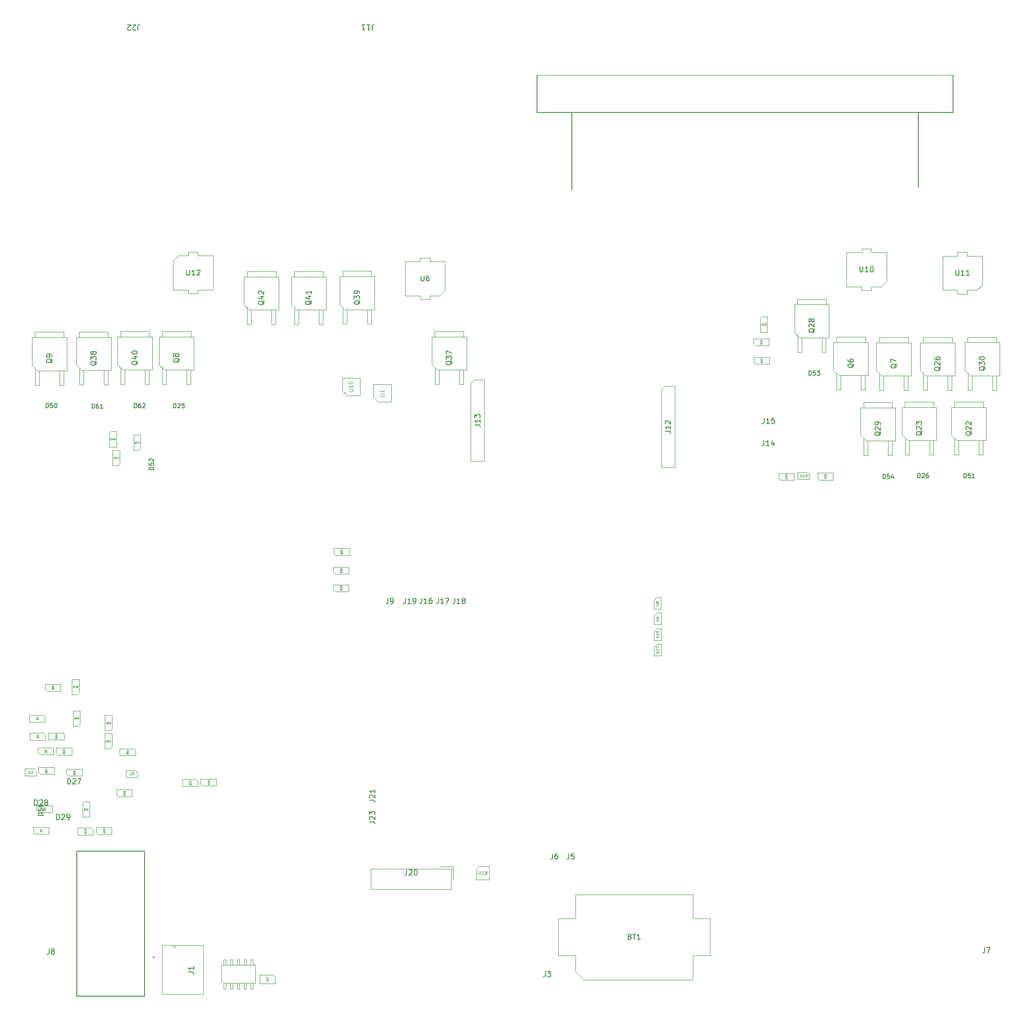
<source format=gbr>
G04 #@! TF.GenerationSoftware,KiCad,Pcbnew,(6.0.9)*
G04 #@! TF.CreationDate,2022-12-17T22:45:46+03:00*
G04 #@! TF.ProjectId,alphax_8ch,616c7068-6178-45f3-9863-682e6b696361,a*
G04 #@! TF.SameCoordinates,PX141f5e0PYa2cace0*
G04 #@! TF.FileFunction,AssemblyDrawing,Top*
%FSLAX46Y46*%
G04 Gerber Fmt 4.6, Leading zero omitted, Abs format (unit mm)*
G04 Created by KiCad (PCBNEW (6.0.9)) date 2022-12-17 22:45:46*
%MOMM*%
%LPD*%
G01*
G04 APERTURE LIST*
%ADD10C,0.170000*%
%ADD11C,0.150000*%
%ADD12C,0.075000*%
%ADD13C,0.050000*%
%ADD14C,0.110000*%
%ADD15C,0.090000*%
%ADD16C,0.060000*%
%ADD17C,0.100000*%
%ADD18C,0.127000*%
%ADD19C,0.120000*%
%ADD20C,0.200000*%
G04 APERTURE END LIST*
D10*
G04 #@! TO.C,D53*
X147174285Y116724048D02*
X147174285Y117544048D01*
X147369523Y117544048D01*
X147486666Y117505000D01*
X147564761Y117426905D01*
X147603809Y117348810D01*
X147642857Y117192620D01*
X147642857Y117075477D01*
X147603809Y116919286D01*
X147564761Y116841191D01*
X147486666Y116763096D01*
X147369523Y116724048D01*
X147174285Y116724048D01*
X148384761Y117544048D02*
X147994285Y117544048D01*
X147955238Y117153572D01*
X147994285Y117192620D01*
X148072380Y117231667D01*
X148267619Y117231667D01*
X148345714Y117192620D01*
X148384761Y117153572D01*
X148423809Y117075477D01*
X148423809Y116880239D01*
X148384761Y116802143D01*
X148345714Y116763096D01*
X148267619Y116724048D01*
X148072380Y116724048D01*
X147994285Y116763096D01*
X147955238Y116802143D01*
X148697142Y117544048D02*
X149204761Y117544048D01*
X148931428Y117231667D01*
X149048571Y117231667D01*
X149126666Y117192620D01*
X149165714Y117153572D01*
X149204761Y117075477D01*
X149204761Y116880239D01*
X149165714Y116802143D01*
X149126666Y116763096D01*
X149048571Y116724048D01*
X148814285Y116724048D01*
X148736190Y116763096D01*
X148697142Y116802143D01*
D11*
G04 #@! TO.C,J22*
X21429523Y181452380D02*
X21429523Y182166666D01*
X21477142Y182309523D01*
X21572380Y182404761D01*
X21715238Y182452380D01*
X21810476Y182452380D01*
X21000952Y181547619D02*
X20953333Y181500000D01*
X20858095Y181452380D01*
X20620000Y181452380D01*
X20524761Y181500000D01*
X20477142Y181547619D01*
X20429523Y181642857D01*
X20429523Y181738095D01*
X20477142Y181880952D01*
X21048571Y182452380D01*
X20429523Y182452380D01*
X20048571Y181547619D02*
X20000952Y181500000D01*
X19905714Y181452380D01*
X19667619Y181452380D01*
X19572380Y181500000D01*
X19524761Y181547619D01*
X19477142Y181642857D01*
X19477142Y181738095D01*
X19524761Y181880952D01*
X20096190Y182452380D01*
X19477142Y182452380D01*
D12*
G04 #@! TO.C,U8*
X118526190Y73569048D02*
X118930952Y73569048D01*
X118978571Y73592858D01*
X119002380Y73616667D01*
X119026190Y73664286D01*
X119026190Y73759524D01*
X119002380Y73807143D01*
X118978571Y73830953D01*
X118930952Y73854762D01*
X118526190Y73854762D01*
X118740476Y74164286D02*
X118716666Y74116667D01*
X118692857Y74092858D01*
X118645238Y74069048D01*
X118621428Y74069048D01*
X118573809Y74092858D01*
X118550000Y74116667D01*
X118526190Y74164286D01*
X118526190Y74259524D01*
X118550000Y74307143D01*
X118573809Y74330953D01*
X118621428Y74354762D01*
X118645238Y74354762D01*
X118692857Y74330953D01*
X118716666Y74307143D01*
X118740476Y74259524D01*
X118740476Y74164286D01*
X118764285Y74116667D01*
X118788095Y74092858D01*
X118835714Y74069048D01*
X118930952Y74069048D01*
X118978571Y74092858D01*
X119002380Y74116667D01*
X119026190Y74164286D01*
X119026190Y74259524D01*
X119002380Y74307143D01*
X118978571Y74330953D01*
X118930952Y74354762D01*
X118835714Y74354762D01*
X118788095Y74330953D01*
X118764285Y74307143D01*
X118740476Y74259524D01*
D11*
G04 #@! TO.C,J8*
X4769666Y9166620D02*
X4769666Y8452334D01*
X4722047Y8309477D01*
X4626809Y8214239D01*
X4483952Y8166620D01*
X4388714Y8166620D01*
X5388714Y8738048D02*
X5293476Y8785667D01*
X5245857Y8833286D01*
X5198238Y8928524D01*
X5198238Y8976143D01*
X5245857Y9071381D01*
X5293476Y9119000D01*
X5388714Y9166620D01*
X5579190Y9166620D01*
X5674428Y9119000D01*
X5722047Y9071381D01*
X5769666Y8976143D01*
X5769666Y8928524D01*
X5722047Y8833286D01*
X5674428Y8785667D01*
X5579190Y8738048D01*
X5388714Y8738048D01*
X5293476Y8690429D01*
X5245857Y8642810D01*
X5198238Y8547572D01*
X5198238Y8357096D01*
X5245857Y8261858D01*
X5293476Y8214239D01*
X5388714Y8166620D01*
X5579190Y8166620D01*
X5674428Y8214239D01*
X5722047Y8261858D01*
X5769666Y8357096D01*
X5769666Y8547572D01*
X5722047Y8642810D01*
X5674428Y8690429D01*
X5579190Y8738048D01*
G04 #@! TO.C,U10*
X156739304Y137099642D02*
X156739304Y136290118D01*
X156786923Y136194880D01*
X156834542Y136147261D01*
X156929780Y136099642D01*
X157120257Y136099642D01*
X157215495Y136147261D01*
X157263114Y136194880D01*
X157310733Y136290118D01*
X157310733Y137099642D01*
X158310733Y136099642D02*
X157739304Y136099642D01*
X158025019Y136099642D02*
X158025019Y137099642D01*
X157929780Y136956784D01*
X157834542Y136861546D01*
X157739304Y136813927D01*
X158929780Y137099642D02*
X159025019Y137099642D01*
X159120257Y137052022D01*
X159167876Y137004403D01*
X159215495Y136909165D01*
X159263114Y136718689D01*
X159263114Y136480594D01*
X159215495Y136290118D01*
X159167876Y136194880D01*
X159120257Y136147261D01*
X159025019Y136099642D01*
X158929780Y136099642D01*
X158834542Y136147261D01*
X158786923Y136194880D01*
X158739304Y136290118D01*
X158691685Y136480594D01*
X158691685Y136718689D01*
X158739304Y136909165D01*
X158786923Y137004403D01*
X158834542Y137052022D01*
X158929780Y137099642D01*
G04 #@! TO.C,J5*
X102196666Y27017620D02*
X102196666Y26303334D01*
X102149047Y26160477D01*
X102053809Y26065239D01*
X101910952Y26017620D01*
X101815714Y26017620D01*
X103149047Y27017620D02*
X102672857Y27017620D01*
X102625238Y26541429D01*
X102672857Y26589048D01*
X102768095Y26636667D01*
X103006190Y26636667D01*
X103101428Y26589048D01*
X103149047Y26541429D01*
X103196666Y26446191D01*
X103196666Y26208096D01*
X103149047Y26112858D01*
X103101428Y26065239D01*
X103006190Y26017620D01*
X102768095Y26017620D01*
X102672857Y26065239D01*
X102625238Y26112858D01*
D13*
G04 #@! TO.C,D49*
X16350928Y104605739D02*
X16350928Y104925739D01*
X16427119Y104925739D01*
X16472833Y104910500D01*
X16503309Y104880024D01*
X16518547Y104849548D01*
X16533785Y104788596D01*
X16533785Y104742881D01*
X16518547Y104681929D01*
X16503309Y104651453D01*
X16472833Y104620977D01*
X16427119Y104605739D01*
X16350928Y104605739D01*
X16808071Y104819072D02*
X16808071Y104605739D01*
X16731880Y104940977D02*
X16655690Y104712405D01*
X16853785Y104712405D01*
X16990928Y104605739D02*
X17051880Y104605739D01*
X17082357Y104620977D01*
X17097595Y104636215D01*
X17128071Y104681929D01*
X17143309Y104742881D01*
X17143309Y104864786D01*
X17128071Y104895262D01*
X17112833Y104910500D01*
X17082357Y104925739D01*
X17021404Y104925739D01*
X16990928Y104910500D01*
X16975690Y104895262D01*
X16960452Y104864786D01*
X16960452Y104788596D01*
X16975690Y104758120D01*
X16990928Y104742881D01*
X17021404Y104727643D01*
X17082357Y104727643D01*
X17112833Y104742881D01*
X17128071Y104758120D01*
X17143309Y104788596D01*
G04 #@! TO.C,Q13*
X138435238Y122767143D02*
X138420000Y122736667D01*
X138389523Y122706191D01*
X138343809Y122660477D01*
X138328571Y122630000D01*
X138328571Y122599524D01*
X138404761Y122614762D02*
X138389523Y122584286D01*
X138359047Y122553810D01*
X138298095Y122538572D01*
X138191428Y122538572D01*
X138130476Y122553810D01*
X138100000Y122584286D01*
X138084761Y122614762D01*
X138084761Y122675715D01*
X138100000Y122706191D01*
X138130476Y122736667D01*
X138191428Y122751905D01*
X138298095Y122751905D01*
X138359047Y122736667D01*
X138389523Y122706191D01*
X138404761Y122675715D01*
X138404761Y122614762D01*
X138404761Y123056667D02*
X138404761Y122873810D01*
X138404761Y122965239D02*
X138084761Y122965239D01*
X138130476Y122934762D01*
X138160952Y122904286D01*
X138176190Y122873810D01*
X138084761Y123163334D02*
X138084761Y123361429D01*
X138206666Y123254762D01*
X138206666Y123300477D01*
X138221904Y123330953D01*
X138237142Y123346191D01*
X138267619Y123361429D01*
X138343809Y123361429D01*
X138374285Y123346191D01*
X138389523Y123330953D01*
X138404761Y123300477D01*
X138404761Y123209048D01*
X138389523Y123178572D01*
X138374285Y123163334D01*
G04 #@! TO.C,D78*
X9311428Y58155239D02*
X9311428Y58475239D01*
X9387619Y58475239D01*
X9433333Y58460000D01*
X9463809Y58429524D01*
X9479047Y58399048D01*
X9494285Y58338096D01*
X9494285Y58292381D01*
X9479047Y58231429D01*
X9463809Y58200953D01*
X9433333Y58170477D01*
X9387619Y58155239D01*
X9311428Y58155239D01*
X9600952Y58475239D02*
X9814285Y58475239D01*
X9677142Y58155239D01*
X9981904Y58338096D02*
X9951428Y58353334D01*
X9936190Y58368572D01*
X9920952Y58399048D01*
X9920952Y58414286D01*
X9936190Y58444762D01*
X9951428Y58460000D01*
X9981904Y58475239D01*
X10042857Y58475239D01*
X10073333Y58460000D01*
X10088571Y58444762D01*
X10103809Y58414286D01*
X10103809Y58399048D01*
X10088571Y58368572D01*
X10073333Y58353334D01*
X10042857Y58338096D01*
X9981904Y58338096D01*
X9951428Y58322858D01*
X9936190Y58307620D01*
X9920952Y58277143D01*
X9920952Y58216191D01*
X9936190Y58185715D01*
X9951428Y58170477D01*
X9981904Y58155239D01*
X10042857Y58155239D01*
X10073333Y58170477D01*
X10088571Y58185715D01*
X10103809Y58216191D01*
X10103809Y58277143D01*
X10088571Y58307620D01*
X10073333Y58322858D01*
X10042857Y58338096D01*
D11*
G04 #@! TO.C,Q29*
X160662619Y106143572D02*
X160615000Y106048334D01*
X160519761Y105953096D01*
X160376904Y105810239D01*
X160329285Y105715000D01*
X160329285Y105619762D01*
X160567380Y105667381D02*
X160519761Y105572143D01*
X160424523Y105476905D01*
X160234047Y105429286D01*
X159900714Y105429286D01*
X159710238Y105476905D01*
X159615000Y105572143D01*
X159567380Y105667381D01*
X159567380Y105857858D01*
X159615000Y105953096D01*
X159710238Y106048334D01*
X159900714Y106095953D01*
X160234047Y106095953D01*
X160424523Y106048334D01*
X160519761Y105953096D01*
X160567380Y105857858D01*
X160567380Y105667381D01*
X159662619Y106476905D02*
X159615000Y106524524D01*
X159567380Y106619762D01*
X159567380Y106857858D01*
X159615000Y106953096D01*
X159662619Y107000715D01*
X159757857Y107048334D01*
X159853095Y107048334D01*
X159995952Y107000715D01*
X160567380Y106429286D01*
X160567380Y107048334D01*
X160567380Y107524524D02*
X160567380Y107715000D01*
X160519761Y107810239D01*
X160472142Y107857858D01*
X160329285Y107953096D01*
X160138809Y108000715D01*
X159757857Y108000715D01*
X159662619Y107953096D01*
X159615000Y107905477D01*
X159567380Y107810239D01*
X159567380Y107619762D01*
X159615000Y107524524D01*
X159662619Y107476905D01*
X159757857Y107429286D01*
X159995952Y107429286D01*
X160091190Y107476905D01*
X160138809Y107524524D01*
X160186428Y107619762D01*
X160186428Y107810239D01*
X160138809Y107905477D01*
X160091190Y107953096D01*
X159995952Y108000715D01*
D12*
G04 #@! TO.C,U14*
X118536190Y67530953D02*
X118940952Y67530953D01*
X118988571Y67554762D01*
X119012380Y67578572D01*
X119036190Y67626191D01*
X119036190Y67721429D01*
X119012380Y67769048D01*
X118988571Y67792858D01*
X118940952Y67816667D01*
X118536190Y67816667D01*
X119036190Y68316667D02*
X119036190Y68030953D01*
X119036190Y68173810D02*
X118536190Y68173810D01*
X118607619Y68126191D01*
X118655238Y68078572D01*
X118679047Y68030953D01*
X118702857Y68745239D02*
X119036190Y68745239D01*
X118512380Y68626191D02*
X118869523Y68507143D01*
X118869523Y68816667D01*
D13*
G04 #@! TO.C,Q1*
X3425238Y31319534D02*
X3410000Y31289058D01*
X3379523Y31258582D01*
X3333809Y31212868D01*
X3318571Y31182391D01*
X3318571Y31151915D01*
X3394761Y31167153D02*
X3379523Y31136677D01*
X3349047Y31106201D01*
X3288095Y31090963D01*
X3181428Y31090963D01*
X3120476Y31106201D01*
X3090000Y31136677D01*
X3074761Y31167153D01*
X3074761Y31228106D01*
X3090000Y31258582D01*
X3120476Y31289058D01*
X3181428Y31304296D01*
X3288095Y31304296D01*
X3349047Y31289058D01*
X3379523Y31258582D01*
X3394761Y31228106D01*
X3394761Y31167153D01*
X3394761Y31609058D02*
X3394761Y31426201D01*
X3394761Y31517630D02*
X3074761Y31517630D01*
X3120476Y31487153D01*
X3150952Y31456677D01*
X3166190Y31426201D01*
D12*
G04 #@! TO.C,U5*
X19909047Y42283810D02*
X19909047Y41879048D01*
X19932857Y41831429D01*
X19956666Y41807620D01*
X20004285Y41783810D01*
X20099523Y41783810D01*
X20147142Y41807620D01*
X20170952Y41831429D01*
X20194761Y41879048D01*
X20194761Y42283810D01*
X20670952Y42283810D02*
X20432857Y42283810D01*
X20409047Y42045715D01*
X20432857Y42069524D01*
X20480476Y42093334D01*
X20599523Y42093334D01*
X20647142Y42069524D01*
X20670952Y42045715D01*
X20694761Y41998096D01*
X20694761Y41879048D01*
X20670952Y41831429D01*
X20647142Y41807620D01*
X20599523Y41783810D01*
X20480476Y41783810D01*
X20432857Y41807620D01*
X20409047Y41831429D01*
D11*
G04 #@! TO.C,Q39*
X63047619Y130738572D02*
X63000000Y130643334D01*
X62904761Y130548096D01*
X62761904Y130405239D01*
X62714285Y130310000D01*
X62714285Y130214762D01*
X62952380Y130262381D02*
X62904761Y130167143D01*
X62809523Y130071905D01*
X62619047Y130024286D01*
X62285714Y130024286D01*
X62095238Y130071905D01*
X62000000Y130167143D01*
X61952380Y130262381D01*
X61952380Y130452858D01*
X62000000Y130548096D01*
X62095238Y130643334D01*
X62285714Y130690953D01*
X62619047Y130690953D01*
X62809523Y130643334D01*
X62904761Y130548096D01*
X62952380Y130452858D01*
X62952380Y130262381D01*
X61952380Y131024286D02*
X61952380Y131643334D01*
X62333333Y131310000D01*
X62333333Y131452858D01*
X62380952Y131548096D01*
X62428571Y131595715D01*
X62523809Y131643334D01*
X62761904Y131643334D01*
X62857142Y131595715D01*
X62904761Y131548096D01*
X62952380Y131452858D01*
X62952380Y131167143D01*
X62904761Y131071905D01*
X62857142Y131024286D01*
X62952380Y132119524D02*
X62952380Y132310000D01*
X62904761Y132405239D01*
X62857142Y132452858D01*
X62714285Y132548096D01*
X62523809Y132595715D01*
X62142857Y132595715D01*
X62047619Y132548096D01*
X62000000Y132500477D01*
X61952380Y132405239D01*
X61952380Y132214762D01*
X62000000Y132119524D01*
X62047619Y132071905D01*
X62142857Y132024286D01*
X62380952Y132024286D01*
X62476190Y132071905D01*
X62523809Y132119524D01*
X62571428Y132214762D01*
X62571428Y132405239D01*
X62523809Y132500477D01*
X62476190Y132548096D01*
X62380952Y132595715D01*
G04 #@! TO.C,D28*
X2035714Y36097630D02*
X2035714Y37097630D01*
X2273809Y37097630D01*
X2416666Y37050010D01*
X2511904Y36954772D01*
X2559523Y36859534D01*
X2607142Y36669058D01*
X2607142Y36526201D01*
X2559523Y36335725D01*
X2511904Y36240487D01*
X2416666Y36145249D01*
X2273809Y36097630D01*
X2035714Y36097630D01*
X2988095Y37002391D02*
X3035714Y37050010D01*
X3130952Y37097630D01*
X3369047Y37097630D01*
X3464285Y37050010D01*
X3511904Y37002391D01*
X3559523Y36907153D01*
X3559523Y36811915D01*
X3511904Y36669058D01*
X2940476Y36097630D01*
X3559523Y36097630D01*
X4130952Y36669058D02*
X4035714Y36716677D01*
X3988095Y36764296D01*
X3940476Y36859534D01*
X3940476Y36907153D01*
X3988095Y37002391D01*
X4035714Y37050010D01*
X4130952Y37097630D01*
X4321428Y37097630D01*
X4416666Y37050010D01*
X4464285Y37002391D01*
X4511904Y36907153D01*
X4511904Y36859534D01*
X4464285Y36764296D01*
X4416666Y36716677D01*
X4321428Y36669058D01*
X4130952Y36669058D01*
X4035714Y36621439D01*
X3988095Y36573820D01*
X3940476Y36478582D01*
X3940476Y36288106D01*
X3988095Y36192868D01*
X4035714Y36145249D01*
X4130952Y36097630D01*
X4321428Y36097630D01*
X4416666Y36145249D01*
X4464285Y36192868D01*
X4511904Y36288106D01*
X4511904Y36478582D01*
X4464285Y36573820D01*
X4416666Y36621439D01*
X4321428Y36669058D01*
D10*
G04 #@! TO.C,D62*
X20724285Y110624048D02*
X20724285Y111444048D01*
X20919523Y111444048D01*
X21036666Y111405000D01*
X21114761Y111326905D01*
X21153809Y111248810D01*
X21192857Y111092620D01*
X21192857Y110975477D01*
X21153809Y110819286D01*
X21114761Y110741191D01*
X21036666Y110663096D01*
X20919523Y110624048D01*
X20724285Y110624048D01*
X21895714Y111444048D02*
X21739523Y111444048D01*
X21661428Y111405000D01*
X21622380Y111365953D01*
X21544285Y111248810D01*
X21505238Y111092620D01*
X21505238Y110780239D01*
X21544285Y110702143D01*
X21583333Y110663096D01*
X21661428Y110624048D01*
X21817619Y110624048D01*
X21895714Y110663096D01*
X21934761Y110702143D01*
X21973809Y110780239D01*
X21973809Y110975477D01*
X21934761Y111053572D01*
X21895714Y111092620D01*
X21817619Y111131667D01*
X21661428Y111131667D01*
X21583333Y111092620D01*
X21544285Y111053572D01*
X21505238Y110975477D01*
X22286190Y111365953D02*
X22325238Y111405000D01*
X22403333Y111444048D01*
X22598571Y111444048D01*
X22676666Y111405000D01*
X22715714Y111365953D01*
X22754761Y111287858D01*
X22754761Y111209762D01*
X22715714Y111092620D01*
X22247142Y110624048D01*
X22754761Y110624048D01*
D12*
G04 #@! TO.C,U9*
X118536190Y70669048D02*
X118940952Y70669048D01*
X118988571Y70692858D01*
X119012380Y70716667D01*
X119036190Y70764286D01*
X119036190Y70859524D01*
X119012380Y70907143D01*
X118988571Y70930953D01*
X118940952Y70954762D01*
X118536190Y70954762D01*
X119036190Y71216667D02*
X119036190Y71311905D01*
X119012380Y71359524D01*
X118988571Y71383334D01*
X118917142Y71430953D01*
X118821904Y71454762D01*
X118631428Y71454762D01*
X118583809Y71430953D01*
X118560000Y71407143D01*
X118536190Y71359524D01*
X118536190Y71264286D01*
X118560000Y71216667D01*
X118583809Y71192858D01*
X118631428Y71169048D01*
X118750476Y71169048D01*
X118798095Y71192858D01*
X118821904Y71216667D01*
X118845714Y71264286D01*
X118845714Y71359524D01*
X118821904Y71407143D01*
X118798095Y71430953D01*
X118750476Y71454762D01*
D11*
G04 #@! TO.C,J16*
X74640476Y74937620D02*
X74640476Y74223334D01*
X74592857Y74080477D01*
X74497619Y73985239D01*
X74354761Y73937620D01*
X74259523Y73937620D01*
X75640476Y73937620D02*
X75069047Y73937620D01*
X75354761Y73937620D02*
X75354761Y74937620D01*
X75259523Y74794762D01*
X75164285Y74699524D01*
X75069047Y74651905D01*
X76497619Y74937620D02*
X76307142Y74937620D01*
X76211904Y74890000D01*
X76164285Y74842381D01*
X76069047Y74699524D01*
X76021428Y74509048D01*
X76021428Y74128096D01*
X76069047Y74032858D01*
X76116666Y73985239D01*
X76211904Y73937620D01*
X76402380Y73937620D01*
X76497619Y73985239D01*
X76545238Y74032858D01*
X76592857Y74128096D01*
X76592857Y74366191D01*
X76545238Y74461429D01*
X76497619Y74509048D01*
X76402380Y74556667D01*
X76211904Y74556667D01*
X76116666Y74509048D01*
X76069047Y74461429D01*
X76021428Y74366191D01*
D13*
G04 #@! TO.C,Q35*
X59785238Y83437143D02*
X59770000Y83406667D01*
X59739523Y83376191D01*
X59693809Y83330477D01*
X59678571Y83300000D01*
X59678571Y83269524D01*
X59754761Y83284762D02*
X59739523Y83254286D01*
X59709047Y83223810D01*
X59648095Y83208572D01*
X59541428Y83208572D01*
X59480476Y83223810D01*
X59450000Y83254286D01*
X59434761Y83284762D01*
X59434761Y83345715D01*
X59450000Y83376191D01*
X59480476Y83406667D01*
X59541428Y83421905D01*
X59648095Y83421905D01*
X59709047Y83406667D01*
X59739523Y83376191D01*
X59754761Y83345715D01*
X59754761Y83284762D01*
X59434761Y83528572D02*
X59434761Y83726667D01*
X59556666Y83620000D01*
X59556666Y83665715D01*
X59571904Y83696191D01*
X59587142Y83711429D01*
X59617619Y83726667D01*
X59693809Y83726667D01*
X59724285Y83711429D01*
X59739523Y83696191D01*
X59754761Y83665715D01*
X59754761Y83574286D01*
X59739523Y83543810D01*
X59724285Y83528572D01*
X59434761Y84016191D02*
X59434761Y83863810D01*
X59587142Y83848572D01*
X59571904Y83863810D01*
X59556666Y83894286D01*
X59556666Y83970477D01*
X59571904Y84000953D01*
X59587142Y84016191D01*
X59617619Y84031429D01*
X59693809Y84031429D01*
X59724285Y84016191D01*
X59739523Y84000953D01*
X59754761Y83970477D01*
X59754761Y83894286D01*
X59739523Y83863810D01*
X59724285Y83848572D01*
D11*
G04 #@! TO.C,J1*
X30852380Y4866667D02*
X31566666Y4866667D01*
X31709523Y4819048D01*
X31804761Y4723810D01*
X31852380Y4580953D01*
X31852380Y4485715D01*
X31852380Y5866667D02*
X31852380Y5295239D01*
X31852380Y5580953D02*
X30852380Y5580953D01*
X30995238Y5485715D01*
X31090476Y5390477D01*
X31138095Y5295239D01*
G04 #@! TO.C,Q8*
X29202619Y119879762D02*
X29155000Y119784524D01*
X29059761Y119689286D01*
X28916904Y119546429D01*
X28869285Y119451191D01*
X28869285Y119355953D01*
X29107380Y119403572D02*
X29059761Y119308334D01*
X28964523Y119213096D01*
X28774047Y119165477D01*
X28440714Y119165477D01*
X28250238Y119213096D01*
X28155000Y119308334D01*
X28107380Y119403572D01*
X28107380Y119594048D01*
X28155000Y119689286D01*
X28250238Y119784524D01*
X28440714Y119832143D01*
X28774047Y119832143D01*
X28964523Y119784524D01*
X29059761Y119689286D01*
X29107380Y119594048D01*
X29107380Y119403572D01*
X28535952Y120403572D02*
X28488333Y120308334D01*
X28440714Y120260715D01*
X28345476Y120213096D01*
X28297857Y120213096D01*
X28202619Y120260715D01*
X28155000Y120308334D01*
X28107380Y120403572D01*
X28107380Y120594048D01*
X28155000Y120689286D01*
X28202619Y120736905D01*
X28297857Y120784524D01*
X28345476Y120784524D01*
X28440714Y120736905D01*
X28488333Y120689286D01*
X28535952Y120594048D01*
X28535952Y120403572D01*
X28583571Y120308334D01*
X28631190Y120260715D01*
X28726428Y120213096D01*
X28916904Y120213096D01*
X29012142Y120260715D01*
X29059761Y120308334D01*
X29107380Y120403572D01*
X29107380Y120594048D01*
X29059761Y120689286D01*
X29012142Y120736905D01*
X28916904Y120784524D01*
X28726428Y120784524D01*
X28631190Y120736905D01*
X28583571Y120689286D01*
X28535952Y120594048D01*
G04 #@! TO.C,U12*
X30543204Y136491609D02*
X30543204Y135682085D01*
X30590823Y135586847D01*
X30638442Y135539228D01*
X30733680Y135491609D01*
X30924157Y135491609D01*
X31019395Y135539228D01*
X31067014Y135586847D01*
X31114633Y135682085D01*
X31114633Y136491609D01*
X32114633Y135491609D02*
X31543204Y135491609D01*
X31828919Y135491609D02*
X31828919Y136491609D01*
X31733680Y136348751D01*
X31638442Y136253513D01*
X31543204Y136205894D01*
X32495585Y136396370D02*
X32543204Y136443989D01*
X32638442Y136491609D01*
X32876538Y136491609D01*
X32971776Y136443989D01*
X33019395Y136396370D01*
X33067014Y136301132D01*
X33067014Y136205894D01*
X33019395Y136063037D01*
X32447966Y135491609D01*
X33067014Y135491609D01*
D13*
G04 #@! TO.C,Q4*
X2775238Y48969534D02*
X2760000Y48939058D01*
X2729523Y48908582D01*
X2683809Y48862868D01*
X2668571Y48832391D01*
X2668571Y48801915D01*
X2744761Y48817153D02*
X2729523Y48786677D01*
X2699047Y48756201D01*
X2638095Y48740963D01*
X2531428Y48740963D01*
X2470476Y48756201D01*
X2440000Y48786677D01*
X2424761Y48817153D01*
X2424761Y48878106D01*
X2440000Y48908582D01*
X2470476Y48939058D01*
X2531428Y48954296D01*
X2638095Y48954296D01*
X2699047Y48939058D01*
X2729523Y48908582D01*
X2744761Y48878106D01*
X2744761Y48817153D01*
X2531428Y49228582D02*
X2744761Y49228582D01*
X2409523Y49152391D02*
X2638095Y49076201D01*
X2638095Y49274296D01*
G04 #@! TO.C,Q3*
X4075238Y35369524D02*
X4060000Y35339048D01*
X4029523Y35308572D01*
X3983809Y35262858D01*
X3968571Y35232381D01*
X3968571Y35201905D01*
X4044761Y35217143D02*
X4029523Y35186667D01*
X3999047Y35156191D01*
X3938095Y35140953D01*
X3831428Y35140953D01*
X3770476Y35156191D01*
X3740000Y35186667D01*
X3724761Y35217143D01*
X3724761Y35278096D01*
X3740000Y35308572D01*
X3770476Y35339048D01*
X3831428Y35354286D01*
X3938095Y35354286D01*
X3999047Y35339048D01*
X4029523Y35308572D01*
X4044761Y35278096D01*
X4044761Y35217143D01*
X3724761Y35460953D02*
X3724761Y35659048D01*
X3846666Y35552381D01*
X3846666Y35598096D01*
X3861904Y35628572D01*
X3877142Y35643810D01*
X3907619Y35659048D01*
X3983809Y35659048D01*
X4014285Y35643810D01*
X4029523Y35628572D01*
X4044761Y35598096D01*
X4044761Y35506667D01*
X4029523Y35476191D01*
X4014285Y35460953D01*
D11*
G04 #@! TO.C,U6*
X74473095Y135387620D02*
X74473095Y134578096D01*
X74520714Y134482858D01*
X74568333Y134435239D01*
X74663571Y134387620D01*
X74854047Y134387620D01*
X74949285Y134435239D01*
X74996904Y134482858D01*
X75044523Y134578096D01*
X75044523Y135387620D01*
X75949285Y135387620D02*
X75758809Y135387620D01*
X75663571Y135340000D01*
X75615952Y135292381D01*
X75520714Y135149524D01*
X75473095Y134959048D01*
X75473095Y134578096D01*
X75520714Y134482858D01*
X75568333Y134435239D01*
X75663571Y134387620D01*
X75854047Y134387620D01*
X75949285Y134435239D01*
X75996904Y134482858D01*
X76044523Y134578096D01*
X76044523Y134816191D01*
X75996904Y134911429D01*
X75949285Y134959048D01*
X75854047Y135006667D01*
X75663571Y135006667D01*
X75568333Y134959048D01*
X75520714Y134911429D01*
X75473095Y134816191D01*
G04 #@! TO.C,Q38*
X13672619Y119343572D02*
X13625000Y119248334D01*
X13529761Y119153096D01*
X13386904Y119010239D01*
X13339285Y118915000D01*
X13339285Y118819762D01*
X13577380Y118867381D02*
X13529761Y118772143D01*
X13434523Y118676905D01*
X13244047Y118629286D01*
X12910714Y118629286D01*
X12720238Y118676905D01*
X12625000Y118772143D01*
X12577380Y118867381D01*
X12577380Y119057858D01*
X12625000Y119153096D01*
X12720238Y119248334D01*
X12910714Y119295953D01*
X13244047Y119295953D01*
X13434523Y119248334D01*
X13529761Y119153096D01*
X13577380Y119057858D01*
X13577380Y118867381D01*
X12577380Y119629286D02*
X12577380Y120248334D01*
X12958333Y119915000D01*
X12958333Y120057858D01*
X13005952Y120153096D01*
X13053571Y120200715D01*
X13148809Y120248334D01*
X13386904Y120248334D01*
X13482142Y120200715D01*
X13529761Y120153096D01*
X13577380Y120057858D01*
X13577380Y119772143D01*
X13529761Y119676905D01*
X13482142Y119629286D01*
X13005952Y120819762D02*
X12958333Y120724524D01*
X12910714Y120676905D01*
X12815476Y120629286D01*
X12767857Y120629286D01*
X12672619Y120676905D01*
X12625000Y120724524D01*
X12577380Y120819762D01*
X12577380Y121010239D01*
X12625000Y121105477D01*
X12672619Y121153096D01*
X12767857Y121200715D01*
X12815476Y121200715D01*
X12910714Y121153096D01*
X12958333Y121105477D01*
X13005952Y121010239D01*
X13005952Y120819762D01*
X13053571Y120724524D01*
X13101190Y120676905D01*
X13196428Y120629286D01*
X13386904Y120629286D01*
X13482142Y120676905D01*
X13529761Y120724524D01*
X13577380Y120819762D01*
X13577380Y121010239D01*
X13529761Y121105477D01*
X13482142Y121153096D01*
X13386904Y121200715D01*
X13196428Y121200715D01*
X13101190Y121153096D01*
X13053571Y121105477D01*
X13005952Y121010239D01*
D12*
G04 #@! TO.C,U2*
X909047Y42563810D02*
X909047Y42159048D01*
X932857Y42111429D01*
X956666Y42087620D01*
X1004285Y42063810D01*
X1099523Y42063810D01*
X1147142Y42087620D01*
X1170952Y42111429D01*
X1194761Y42159048D01*
X1194761Y42563810D01*
X1409047Y42516191D02*
X1432857Y42540000D01*
X1480476Y42563810D01*
X1599523Y42563810D01*
X1647142Y42540000D01*
X1670952Y42516191D01*
X1694761Y42468572D01*
X1694761Y42420953D01*
X1670952Y42349524D01*
X1385238Y42063810D01*
X1694761Y42063810D01*
D13*
G04 #@! TO.C,Q15*
X7725238Y46017143D02*
X7710000Y45986667D01*
X7679523Y45956191D01*
X7633809Y45910477D01*
X7618571Y45880000D01*
X7618571Y45849524D01*
X7694761Y45864762D02*
X7679523Y45834286D01*
X7649047Y45803810D01*
X7588095Y45788572D01*
X7481428Y45788572D01*
X7420476Y45803810D01*
X7390000Y45834286D01*
X7374761Y45864762D01*
X7374761Y45925715D01*
X7390000Y45956191D01*
X7420476Y45986667D01*
X7481428Y46001905D01*
X7588095Y46001905D01*
X7649047Y45986667D01*
X7679523Y45956191D01*
X7694761Y45925715D01*
X7694761Y45864762D01*
X7694761Y46306667D02*
X7694761Y46123810D01*
X7694761Y46215239D02*
X7374761Y46215239D01*
X7420476Y46184762D01*
X7450952Y46154286D01*
X7466190Y46123810D01*
X7374761Y46596191D02*
X7374761Y46443810D01*
X7527142Y46428572D01*
X7511904Y46443810D01*
X7496666Y46474286D01*
X7496666Y46550477D01*
X7511904Y46580953D01*
X7527142Y46596191D01*
X7557619Y46611429D01*
X7633809Y46611429D01*
X7664285Y46596191D01*
X7679523Y46580953D01*
X7694761Y46550477D01*
X7694761Y46474286D01*
X7679523Y46443810D01*
X7664285Y46428572D01*
G04 #@! TO.C,Q33*
X59685238Y76637143D02*
X59670000Y76606667D01*
X59639523Y76576191D01*
X59593809Y76530477D01*
X59578571Y76500000D01*
X59578571Y76469524D01*
X59654761Y76484762D02*
X59639523Y76454286D01*
X59609047Y76423810D01*
X59548095Y76408572D01*
X59441428Y76408572D01*
X59380476Y76423810D01*
X59350000Y76454286D01*
X59334761Y76484762D01*
X59334761Y76545715D01*
X59350000Y76576191D01*
X59380476Y76606667D01*
X59441428Y76621905D01*
X59548095Y76621905D01*
X59609047Y76606667D01*
X59639523Y76576191D01*
X59654761Y76545715D01*
X59654761Y76484762D01*
X59334761Y76728572D02*
X59334761Y76926667D01*
X59456666Y76820000D01*
X59456666Y76865715D01*
X59471904Y76896191D01*
X59487142Y76911429D01*
X59517619Y76926667D01*
X59593809Y76926667D01*
X59624285Y76911429D01*
X59639523Y76896191D01*
X59654761Y76865715D01*
X59654761Y76774286D01*
X59639523Y76743810D01*
X59624285Y76728572D01*
X59334761Y77033334D02*
X59334761Y77231429D01*
X59456666Y77124762D01*
X59456666Y77170477D01*
X59471904Y77200953D01*
X59487142Y77216191D01*
X59517619Y77231429D01*
X59593809Y77231429D01*
X59624285Y77216191D01*
X59639523Y77200953D01*
X59654761Y77170477D01*
X59654761Y77079048D01*
X59639523Y77048572D01*
X59624285Y77033334D01*
G04 #@! TO.C,Q19*
X15225238Y31117143D02*
X15210000Y31086667D01*
X15179523Y31056191D01*
X15133809Y31010477D01*
X15118571Y30980000D01*
X15118571Y30949524D01*
X15194761Y30964762D02*
X15179523Y30934286D01*
X15149047Y30903810D01*
X15088095Y30888572D01*
X14981428Y30888572D01*
X14920476Y30903810D01*
X14890000Y30934286D01*
X14874761Y30964762D01*
X14874761Y31025715D01*
X14890000Y31056191D01*
X14920476Y31086667D01*
X14981428Y31101905D01*
X15088095Y31101905D01*
X15149047Y31086667D01*
X15179523Y31056191D01*
X15194761Y31025715D01*
X15194761Y30964762D01*
X15194761Y31406667D02*
X15194761Y31223810D01*
X15194761Y31315239D02*
X14874761Y31315239D01*
X14920476Y31284762D01*
X14950952Y31254286D01*
X14966190Y31223810D01*
X15194761Y31559048D02*
X15194761Y31620000D01*
X15179523Y31650477D01*
X15164285Y31665715D01*
X15118571Y31696191D01*
X15057619Y31711429D01*
X14935714Y31711429D01*
X14905238Y31696191D01*
X14890000Y31680953D01*
X14874761Y31650477D01*
X14874761Y31589524D01*
X14890000Y31559048D01*
X14905238Y31543810D01*
X14935714Y31528572D01*
X15011904Y31528572D01*
X15042380Y31543810D01*
X15057619Y31559048D01*
X15072857Y31589524D01*
X15072857Y31650477D01*
X15057619Y31680953D01*
X15042380Y31696191D01*
X15011904Y31711429D01*
D11*
G04 #@! TO.C,J18*
X80790476Y74897620D02*
X80790476Y74183334D01*
X80742857Y74040477D01*
X80647619Y73945239D01*
X80504761Y73897620D01*
X80409523Y73897620D01*
X81790476Y73897620D02*
X81219047Y73897620D01*
X81504761Y73897620D02*
X81504761Y74897620D01*
X81409523Y74754762D01*
X81314285Y74659524D01*
X81219047Y74611905D01*
X82361904Y74469048D02*
X82266666Y74516667D01*
X82219047Y74564286D01*
X82171428Y74659524D01*
X82171428Y74707143D01*
X82219047Y74802381D01*
X82266666Y74850000D01*
X82361904Y74897620D01*
X82552380Y74897620D01*
X82647619Y74850000D01*
X82695238Y74802381D01*
X82742857Y74707143D01*
X82742857Y74659524D01*
X82695238Y74564286D01*
X82647619Y74516667D01*
X82552380Y74469048D01*
X82361904Y74469048D01*
X82266666Y74421429D01*
X82219047Y74373810D01*
X82171428Y74278572D01*
X82171428Y74088096D01*
X82219047Y73992858D01*
X82266666Y73945239D01*
X82361904Y73897620D01*
X82552380Y73897620D01*
X82647619Y73945239D01*
X82695238Y73992858D01*
X82742857Y74088096D01*
X82742857Y74278572D01*
X82695238Y74373810D01*
X82647619Y74421429D01*
X82552380Y74469048D01*
D13*
G04 #@! TO.C,D60*
X19004761Y38021429D02*
X18684761Y38021429D01*
X18684761Y38097620D01*
X18700000Y38143334D01*
X18730476Y38173810D01*
X18760952Y38189048D01*
X18821904Y38204286D01*
X18867619Y38204286D01*
X18928571Y38189048D01*
X18959047Y38173810D01*
X18989523Y38143334D01*
X19004761Y38097620D01*
X19004761Y38021429D01*
X18684761Y38478572D02*
X18684761Y38417620D01*
X18700000Y38387143D01*
X18715238Y38371905D01*
X18760952Y38341429D01*
X18821904Y38326191D01*
X18943809Y38326191D01*
X18974285Y38341429D01*
X18989523Y38356667D01*
X19004761Y38387143D01*
X19004761Y38448096D01*
X18989523Y38478572D01*
X18974285Y38493810D01*
X18943809Y38509048D01*
X18867619Y38509048D01*
X18837142Y38493810D01*
X18821904Y38478572D01*
X18806666Y38448096D01*
X18806666Y38387143D01*
X18821904Y38356667D01*
X18837142Y38341429D01*
X18867619Y38326191D01*
X18684761Y38707143D02*
X18684761Y38737620D01*
X18700000Y38768096D01*
X18715238Y38783334D01*
X18745714Y38798572D01*
X18806666Y38813810D01*
X18882857Y38813810D01*
X18943809Y38798572D01*
X18974285Y38783334D01*
X18989523Y38768096D01*
X19004761Y38737620D01*
X19004761Y38707143D01*
X18989523Y38676667D01*
X18974285Y38661429D01*
X18943809Y38646191D01*
X18882857Y38630953D01*
X18806666Y38630953D01*
X18745714Y38646191D01*
X18715238Y38661429D01*
X18700000Y38676667D01*
X18684761Y38707143D01*
G04 #@! TO.C,Q18*
X11725238Y31017143D02*
X11710000Y30986667D01*
X11679523Y30956191D01*
X11633809Y30910477D01*
X11618571Y30880000D01*
X11618571Y30849524D01*
X11694761Y30864762D02*
X11679523Y30834286D01*
X11649047Y30803810D01*
X11588095Y30788572D01*
X11481428Y30788572D01*
X11420476Y30803810D01*
X11390000Y30834286D01*
X11374761Y30864762D01*
X11374761Y30925715D01*
X11390000Y30956191D01*
X11420476Y30986667D01*
X11481428Y31001905D01*
X11588095Y31001905D01*
X11649047Y30986667D01*
X11679523Y30956191D01*
X11694761Y30925715D01*
X11694761Y30864762D01*
X11694761Y31306667D02*
X11694761Y31123810D01*
X11694761Y31215239D02*
X11374761Y31215239D01*
X11420476Y31184762D01*
X11450952Y31154286D01*
X11466190Y31123810D01*
X11511904Y31489524D02*
X11496666Y31459048D01*
X11481428Y31443810D01*
X11450952Y31428572D01*
X11435714Y31428572D01*
X11405238Y31443810D01*
X11390000Y31459048D01*
X11374761Y31489524D01*
X11374761Y31550477D01*
X11390000Y31580953D01*
X11405238Y31596191D01*
X11435714Y31611429D01*
X11450952Y31611429D01*
X11481428Y31596191D01*
X11496666Y31580953D01*
X11511904Y31550477D01*
X11511904Y31489524D01*
X11527142Y31459048D01*
X11542380Y31443810D01*
X11572857Y31428572D01*
X11633809Y31428572D01*
X11664285Y31443810D01*
X11679523Y31459048D01*
X11694761Y31489524D01*
X11694761Y31550477D01*
X11679523Y31580953D01*
X11664285Y31596191D01*
X11633809Y31611429D01*
X11572857Y31611429D01*
X11542380Y31596191D01*
X11527142Y31580953D01*
X11511904Y31550477D01*
G04 #@! TO.C,D77*
X143114761Y97351439D02*
X142794761Y97351439D01*
X142794761Y97427630D01*
X142810000Y97473344D01*
X142840476Y97503820D01*
X142870952Y97519058D01*
X142931904Y97534296D01*
X142977619Y97534296D01*
X143038571Y97519058D01*
X143069047Y97503820D01*
X143099523Y97473344D01*
X143114761Y97427630D01*
X143114761Y97351439D01*
X142794761Y97640963D02*
X142794761Y97854296D01*
X143114761Y97717153D01*
X142794761Y97945725D02*
X142794761Y98159058D01*
X143114761Y98021915D01*
D11*
G04 #@! TO.C,J23*
X64812380Y33020477D02*
X65526666Y33020477D01*
X65669523Y32972858D01*
X65764761Y32877620D01*
X65812380Y32734762D01*
X65812380Y32639524D01*
X64907619Y33449048D02*
X64860000Y33496667D01*
X64812380Y33591905D01*
X64812380Y33830000D01*
X64860000Y33925239D01*
X64907619Y33972858D01*
X65002857Y34020477D01*
X65098095Y34020477D01*
X65240952Y33972858D01*
X65812380Y33401429D01*
X65812380Y34020477D01*
X64812380Y34353810D02*
X64812380Y34972858D01*
X65193333Y34639524D01*
X65193333Y34782381D01*
X65240952Y34877620D01*
X65288571Y34925239D01*
X65383809Y34972858D01*
X65621904Y34972858D01*
X65717142Y34925239D01*
X65764761Y34877620D01*
X65812380Y34782381D01*
X65812380Y34496667D01*
X65764761Y34401429D01*
X65717142Y34353810D01*
D10*
G04 #@! TO.C,D26*
X167604285Y97494048D02*
X167604285Y98314048D01*
X167799523Y98314048D01*
X167916666Y98275000D01*
X167994761Y98196905D01*
X168033809Y98118810D01*
X168072857Y97962620D01*
X168072857Y97845477D01*
X168033809Y97689286D01*
X167994761Y97611191D01*
X167916666Y97533096D01*
X167799523Y97494048D01*
X167604285Y97494048D01*
X168385238Y98235953D02*
X168424285Y98275000D01*
X168502380Y98314048D01*
X168697619Y98314048D01*
X168775714Y98275000D01*
X168814761Y98235953D01*
X168853809Y98157858D01*
X168853809Y98079762D01*
X168814761Y97962620D01*
X168346190Y97494048D01*
X168853809Y97494048D01*
X169556666Y98314048D02*
X169400476Y98314048D01*
X169322380Y98275000D01*
X169283333Y98235953D01*
X169205238Y98118810D01*
X169166190Y97962620D01*
X169166190Y97650239D01*
X169205238Y97572143D01*
X169244285Y97533096D01*
X169322380Y97494048D01*
X169478571Y97494048D01*
X169556666Y97533096D01*
X169595714Y97572143D01*
X169634761Y97650239D01*
X169634761Y97845477D01*
X169595714Y97923572D01*
X169556666Y97962620D01*
X169478571Y98001667D01*
X169322380Y98001667D01*
X169244285Y97962620D01*
X169205238Y97923572D01*
X169166190Y97845477D01*
D11*
G04 #@! TO.C,Q30*
X180207619Y118358572D02*
X180160000Y118263334D01*
X180064761Y118168096D01*
X179921904Y118025239D01*
X179874285Y117930000D01*
X179874285Y117834762D01*
X180112380Y117882381D02*
X180064761Y117787143D01*
X179969523Y117691905D01*
X179779047Y117644286D01*
X179445714Y117644286D01*
X179255238Y117691905D01*
X179160000Y117787143D01*
X179112380Y117882381D01*
X179112380Y118072858D01*
X179160000Y118168096D01*
X179255238Y118263334D01*
X179445714Y118310953D01*
X179779047Y118310953D01*
X179969523Y118263334D01*
X180064761Y118168096D01*
X180112380Y118072858D01*
X180112380Y117882381D01*
X179112380Y118644286D02*
X179112380Y119263334D01*
X179493333Y118930000D01*
X179493333Y119072858D01*
X179540952Y119168096D01*
X179588571Y119215715D01*
X179683809Y119263334D01*
X179921904Y119263334D01*
X180017142Y119215715D01*
X180064761Y119168096D01*
X180112380Y119072858D01*
X180112380Y118787143D01*
X180064761Y118691905D01*
X180017142Y118644286D01*
X179112380Y119882381D02*
X179112380Y119977620D01*
X179160000Y120072858D01*
X179207619Y120120477D01*
X179302857Y120168096D01*
X179493333Y120215715D01*
X179731428Y120215715D01*
X179921904Y120168096D01*
X180017142Y120120477D01*
X180064761Y120072858D01*
X180112380Y119977620D01*
X180112380Y119882381D01*
X180064761Y119787143D01*
X180017142Y119739524D01*
X179921904Y119691905D01*
X179731428Y119644286D01*
X179493333Y119644286D01*
X179302857Y119691905D01*
X179207619Y119739524D01*
X179160000Y119787143D01*
X179112380Y119882381D01*
G04 #@! TO.C,J6*
X99136666Y27007620D02*
X99136666Y26293334D01*
X99089047Y26150477D01*
X98993809Y26055239D01*
X98850952Y26007620D01*
X98755714Y26007620D01*
X100041428Y27007620D02*
X99850952Y27007620D01*
X99755714Y26960000D01*
X99708095Y26912381D01*
X99612857Y26769524D01*
X99565238Y26579048D01*
X99565238Y26198096D01*
X99612857Y26102858D01*
X99660476Y26055239D01*
X99755714Y26007620D01*
X99946190Y26007620D01*
X100041428Y26055239D01*
X100089047Y26102858D01*
X100136666Y26198096D01*
X100136666Y26436191D01*
X100089047Y26531429D01*
X100041428Y26579048D01*
X99946190Y26626667D01*
X99755714Y26626667D01*
X99660476Y26579048D01*
X99612857Y26531429D01*
X99565238Y26436191D01*
G04 #@! TO.C,J13*
X84552380Y107440477D02*
X85266666Y107440477D01*
X85409523Y107392858D01*
X85504761Y107297620D01*
X85552380Y107154762D01*
X85552380Y107059524D01*
X85552380Y108440477D02*
X85552380Y107869048D01*
X85552380Y108154762D02*
X84552380Y108154762D01*
X84695238Y108059524D01*
X84790476Y107964286D01*
X84838095Y107869048D01*
X84552380Y108773810D02*
X84552380Y109392858D01*
X84933333Y109059524D01*
X84933333Y109202381D01*
X84980952Y109297620D01*
X85028571Y109345239D01*
X85123809Y109392858D01*
X85361904Y109392858D01*
X85457142Y109345239D01*
X85504761Y109297620D01*
X85552380Y109202381D01*
X85552380Y108916667D01*
X85504761Y108821429D01*
X85457142Y108773810D01*
D14*
G04 #@! TO.C,U15*
X60969285Y113661429D02*
X61576428Y113661429D01*
X61647857Y113697143D01*
X61683571Y113732858D01*
X61719285Y113804286D01*
X61719285Y113947143D01*
X61683571Y114018572D01*
X61647857Y114054286D01*
X61576428Y114090000D01*
X60969285Y114090000D01*
X61719285Y114840000D02*
X61719285Y114411429D01*
X61719285Y114625715D02*
X60969285Y114625715D01*
X61076428Y114554286D01*
X61147857Y114482858D01*
X61183571Y114411429D01*
X60969285Y115518572D02*
X60969285Y115161429D01*
X61326428Y115125715D01*
X61290714Y115161429D01*
X61255000Y115232858D01*
X61255000Y115411429D01*
X61290714Y115482858D01*
X61326428Y115518572D01*
X61397857Y115554286D01*
X61576428Y115554286D01*
X61647857Y115518572D01*
X61683571Y115482858D01*
X61719285Y115411429D01*
X61719285Y115232858D01*
X61683571Y115161429D01*
X61647857Y115125715D01*
D13*
G04 #@! TO.C,Q14*
X138465238Y119297143D02*
X138450000Y119266667D01*
X138419523Y119236191D01*
X138373809Y119190477D01*
X138358571Y119160000D01*
X138358571Y119129524D01*
X138434761Y119144762D02*
X138419523Y119114286D01*
X138389047Y119083810D01*
X138328095Y119068572D01*
X138221428Y119068572D01*
X138160476Y119083810D01*
X138130000Y119114286D01*
X138114761Y119144762D01*
X138114761Y119205715D01*
X138130000Y119236191D01*
X138160476Y119266667D01*
X138221428Y119281905D01*
X138328095Y119281905D01*
X138389047Y119266667D01*
X138419523Y119236191D01*
X138434761Y119205715D01*
X138434761Y119144762D01*
X138434761Y119586667D02*
X138434761Y119403810D01*
X138434761Y119495239D02*
X138114761Y119495239D01*
X138160476Y119464762D01*
X138190952Y119434286D01*
X138206190Y119403810D01*
X138221428Y119860953D02*
X138434761Y119860953D01*
X138099523Y119784762D02*
X138328095Y119708572D01*
X138328095Y119906667D01*
D11*
G04 #@! TO.C,J21*
X64812380Y37070477D02*
X65526666Y37070477D01*
X65669523Y37022858D01*
X65764761Y36927620D01*
X65812380Y36784762D01*
X65812380Y36689524D01*
X64907619Y37499048D02*
X64860000Y37546667D01*
X64812380Y37641905D01*
X64812380Y37880000D01*
X64860000Y37975239D01*
X64907619Y38022858D01*
X65002857Y38070477D01*
X65098095Y38070477D01*
X65240952Y38022858D01*
X65812380Y37451429D01*
X65812380Y38070477D01*
X65812380Y39022858D02*
X65812380Y38451429D01*
X65812380Y38737143D02*
X64812380Y38737143D01*
X64955238Y38641905D01*
X65050476Y38546667D01*
X65098095Y38451429D01*
D13*
G04 #@! TO.C,Q27*
X21056642Y103925262D02*
X21026166Y103940500D01*
X20995690Y103970977D01*
X20949976Y104016691D01*
X20919500Y104031929D01*
X20889023Y104031929D01*
X20904261Y103955739D02*
X20873785Y103970977D01*
X20843309Y104001453D01*
X20828071Y104062405D01*
X20828071Y104169072D01*
X20843309Y104230024D01*
X20873785Y104260500D01*
X20904261Y104275739D01*
X20965214Y104275739D01*
X20995690Y104260500D01*
X21026166Y104230024D01*
X21041404Y104169072D01*
X21041404Y104062405D01*
X21026166Y104001453D01*
X20995690Y103970977D01*
X20965214Y103955739D01*
X20904261Y103955739D01*
X21163309Y104245262D02*
X21178547Y104260500D01*
X21209023Y104275739D01*
X21285214Y104275739D01*
X21315690Y104260500D01*
X21330928Y104245262D01*
X21346166Y104214786D01*
X21346166Y104184310D01*
X21330928Y104138596D01*
X21148071Y103955739D01*
X21346166Y103955739D01*
X21452833Y104275739D02*
X21666166Y104275739D01*
X21529023Y103955739D01*
D11*
G04 #@! TO.C,D29*
X6185714Y33397620D02*
X6185714Y34397620D01*
X6423809Y34397620D01*
X6566666Y34350000D01*
X6661904Y34254762D01*
X6709523Y34159524D01*
X6757142Y33969048D01*
X6757142Y33826191D01*
X6709523Y33635715D01*
X6661904Y33540477D01*
X6566666Y33445239D01*
X6423809Y33397620D01*
X6185714Y33397620D01*
X7138095Y34302381D02*
X7185714Y34350000D01*
X7280952Y34397620D01*
X7519047Y34397620D01*
X7614285Y34350000D01*
X7661904Y34302381D01*
X7709523Y34207143D01*
X7709523Y34111905D01*
X7661904Y33969048D01*
X7090476Y33397620D01*
X7709523Y33397620D01*
X8185714Y33397620D02*
X8376190Y33397620D01*
X8471428Y33445239D01*
X8519047Y33492858D01*
X8614285Y33635715D01*
X8661904Y33826191D01*
X8661904Y34207143D01*
X8614285Y34302381D01*
X8566666Y34350000D01*
X8471428Y34397620D01*
X8280952Y34397620D01*
X8185714Y34350000D01*
X8138095Y34302381D01*
X8090476Y34207143D01*
X8090476Y33969048D01*
X8138095Y33873810D01*
X8185714Y33826191D01*
X8280952Y33778572D01*
X8471428Y33778572D01*
X8566666Y33826191D01*
X8614285Y33873810D01*
X8661904Y33969048D01*
D13*
G04 #@! TO.C,Q34*
X59685238Y79949643D02*
X59670000Y79919167D01*
X59639523Y79888691D01*
X59593809Y79842977D01*
X59578571Y79812500D01*
X59578571Y79782024D01*
X59654761Y79797262D02*
X59639523Y79766786D01*
X59609047Y79736310D01*
X59548095Y79721072D01*
X59441428Y79721072D01*
X59380476Y79736310D01*
X59350000Y79766786D01*
X59334761Y79797262D01*
X59334761Y79858215D01*
X59350000Y79888691D01*
X59380476Y79919167D01*
X59441428Y79934405D01*
X59548095Y79934405D01*
X59609047Y79919167D01*
X59639523Y79888691D01*
X59654761Y79858215D01*
X59654761Y79797262D01*
X59334761Y80041072D02*
X59334761Y80239167D01*
X59456666Y80132500D01*
X59456666Y80178215D01*
X59471904Y80208691D01*
X59487142Y80223929D01*
X59517619Y80239167D01*
X59593809Y80239167D01*
X59624285Y80223929D01*
X59639523Y80208691D01*
X59654761Y80178215D01*
X59654761Y80086786D01*
X59639523Y80056310D01*
X59624285Y80041072D01*
X59441428Y80513453D02*
X59654761Y80513453D01*
X59319523Y80437262D02*
X59548095Y80361072D01*
X59548095Y80559167D01*
D15*
G04 #@! TO.C,U18*
X85257380Y23779524D02*
X85257380Y23277620D01*
X85286904Y23218572D01*
X85316428Y23189048D01*
X85375476Y23159524D01*
X85493571Y23159524D01*
X85552619Y23189048D01*
X85582142Y23218572D01*
X85611666Y23277620D01*
X85611666Y23779524D01*
X86231666Y23159524D02*
X85877380Y23159524D01*
X86054523Y23159524D02*
X86054523Y23779524D01*
X85995476Y23690953D01*
X85936428Y23631905D01*
X85877380Y23602381D01*
X86585952Y23513810D02*
X86526904Y23543334D01*
X86497380Y23572858D01*
X86467857Y23631905D01*
X86467857Y23661429D01*
X86497380Y23720477D01*
X86526904Y23750000D01*
X86585952Y23779524D01*
X86704047Y23779524D01*
X86763095Y23750000D01*
X86792619Y23720477D01*
X86822142Y23661429D01*
X86822142Y23631905D01*
X86792619Y23572858D01*
X86763095Y23543334D01*
X86704047Y23513810D01*
X86585952Y23513810D01*
X86526904Y23484286D01*
X86497380Y23454762D01*
X86467857Y23395715D01*
X86467857Y23277620D01*
X86497380Y23218572D01*
X86526904Y23189048D01*
X86585952Y23159524D01*
X86704047Y23159524D01*
X86763095Y23189048D01*
X86792619Y23218572D01*
X86822142Y23277620D01*
X86822142Y23395715D01*
X86792619Y23454762D01*
X86763095Y23484286D01*
X86704047Y23513810D01*
D11*
G04 #@! TO.C,J15*
X138820476Y108707640D02*
X138820476Y107993354D01*
X138772857Y107850497D01*
X138677619Y107755259D01*
X138534761Y107707640D01*
X138439523Y107707640D01*
X139820476Y107707640D02*
X139249047Y107707640D01*
X139534761Y107707640D02*
X139534761Y108707640D01*
X139439523Y108564782D01*
X139344285Y108469544D01*
X139249047Y108421925D01*
X140725238Y108707640D02*
X140249047Y108707640D01*
X140201428Y108231449D01*
X140249047Y108279068D01*
X140344285Y108326687D01*
X140582380Y108326687D01*
X140677619Y108279068D01*
X140725238Y108231449D01*
X140772857Y108136211D01*
X140772857Y107898116D01*
X140725238Y107802878D01*
X140677619Y107755259D01*
X140582380Y107707640D01*
X140344285Y107707640D01*
X140249047Y107755259D01*
X140201428Y107802878D01*
D13*
G04 #@! TO.C,D58*
X5604761Y57761429D02*
X5284761Y57761429D01*
X5284761Y57837620D01*
X5300000Y57883334D01*
X5330476Y57913810D01*
X5360952Y57929048D01*
X5421904Y57944286D01*
X5467619Y57944286D01*
X5528571Y57929048D01*
X5559047Y57913810D01*
X5589523Y57883334D01*
X5604761Y57837620D01*
X5604761Y57761429D01*
X5284761Y58233810D02*
X5284761Y58081429D01*
X5437142Y58066191D01*
X5421904Y58081429D01*
X5406666Y58111905D01*
X5406666Y58188096D01*
X5421904Y58218572D01*
X5437142Y58233810D01*
X5467619Y58249048D01*
X5543809Y58249048D01*
X5574285Y58233810D01*
X5589523Y58218572D01*
X5604761Y58188096D01*
X5604761Y58111905D01*
X5589523Y58081429D01*
X5574285Y58066191D01*
X5421904Y58431905D02*
X5406666Y58401429D01*
X5391428Y58386191D01*
X5360952Y58370953D01*
X5345714Y58370953D01*
X5315238Y58386191D01*
X5300000Y58401429D01*
X5284761Y58431905D01*
X5284761Y58492858D01*
X5300000Y58523334D01*
X5315238Y58538572D01*
X5345714Y58553810D01*
X5360952Y58553810D01*
X5391428Y58538572D01*
X5406666Y58523334D01*
X5421904Y58492858D01*
X5421904Y58431905D01*
X5437142Y58401429D01*
X5452380Y58386191D01*
X5482857Y58370953D01*
X5543809Y58370953D01*
X5574285Y58386191D01*
X5589523Y58401429D01*
X5604761Y58431905D01*
X5604761Y58492858D01*
X5589523Y58523334D01*
X5574285Y58538572D01*
X5543809Y58553810D01*
X5482857Y58553810D01*
X5452380Y58538572D01*
X5437142Y58523334D01*
X5421904Y58492858D01*
D10*
G04 #@! TO.C,D50*
X4214285Y110644048D02*
X4214285Y111464048D01*
X4409523Y111464048D01*
X4526666Y111425000D01*
X4604761Y111346905D01*
X4643809Y111268810D01*
X4682857Y111112620D01*
X4682857Y110995477D01*
X4643809Y110839286D01*
X4604761Y110761191D01*
X4526666Y110683096D01*
X4409523Y110644048D01*
X4214285Y110644048D01*
X5424761Y111464048D02*
X5034285Y111464048D01*
X4995238Y111073572D01*
X5034285Y111112620D01*
X5112380Y111151667D01*
X5307619Y111151667D01*
X5385714Y111112620D01*
X5424761Y111073572D01*
X5463809Y110995477D01*
X5463809Y110800239D01*
X5424761Y110722143D01*
X5385714Y110683096D01*
X5307619Y110644048D01*
X5112380Y110644048D01*
X5034285Y110683096D01*
X4995238Y110722143D01*
X5971428Y111464048D02*
X6049523Y111464048D01*
X6127619Y111425000D01*
X6166666Y111385953D01*
X6205714Y111307858D01*
X6244761Y111151667D01*
X6244761Y110956429D01*
X6205714Y110800239D01*
X6166666Y110722143D01*
X6127619Y110683096D01*
X6049523Y110644048D01*
X5971428Y110644048D01*
X5893333Y110683096D01*
X5854285Y110722143D01*
X5815238Y110800239D01*
X5776190Y110956429D01*
X5776190Y111151667D01*
X5815238Y111307858D01*
X5854285Y111385953D01*
X5893333Y111425000D01*
X5971428Y111464048D01*
D11*
G04 #@! TO.C,J12*
X120252380Y106250477D02*
X120966666Y106250477D01*
X121109523Y106202858D01*
X121204761Y106107620D01*
X121252380Y105964762D01*
X121252380Y105869524D01*
X121252380Y107250477D02*
X121252380Y106679048D01*
X121252380Y106964762D02*
X120252380Y106964762D01*
X120395238Y106869524D01*
X120490476Y106774286D01*
X120538095Y106679048D01*
X120347619Y107631429D02*
X120300000Y107679048D01*
X120252380Y107774286D01*
X120252380Y108012381D01*
X120300000Y108107620D01*
X120347619Y108155239D01*
X120442857Y108202858D01*
X120538095Y108202858D01*
X120680952Y108155239D01*
X121252380Y107583810D01*
X121252380Y108202858D01*
G04 #@! TO.C,Q42*
X45117619Y130668572D02*
X45070000Y130573334D01*
X44974761Y130478096D01*
X44831904Y130335239D01*
X44784285Y130240000D01*
X44784285Y130144762D01*
X45022380Y130192381D02*
X44974761Y130097143D01*
X44879523Y130001905D01*
X44689047Y129954286D01*
X44355714Y129954286D01*
X44165238Y130001905D01*
X44070000Y130097143D01*
X44022380Y130192381D01*
X44022380Y130382858D01*
X44070000Y130478096D01*
X44165238Y130573334D01*
X44355714Y130620953D01*
X44689047Y130620953D01*
X44879523Y130573334D01*
X44974761Y130478096D01*
X45022380Y130382858D01*
X45022380Y130192381D01*
X44355714Y131478096D02*
X45022380Y131478096D01*
X43974761Y131240000D02*
X44689047Y131001905D01*
X44689047Y131620953D01*
X44117619Y131954286D02*
X44070000Y132001905D01*
X44022380Y132097143D01*
X44022380Y132335239D01*
X44070000Y132430477D01*
X44117619Y132478096D01*
X44212857Y132525715D01*
X44308095Y132525715D01*
X44450952Y132478096D01*
X45022380Y131906667D01*
X45022380Y132525715D01*
D10*
G04 #@! TO.C,D56*
X3570952Y34204286D02*
X2750952Y34204286D01*
X2750952Y34399524D01*
X2790000Y34516667D01*
X2868095Y34594762D01*
X2946190Y34633810D01*
X3102380Y34672858D01*
X3219523Y34672858D01*
X3375714Y34633810D01*
X3453809Y34594762D01*
X3531904Y34516667D01*
X3570952Y34399524D01*
X3570952Y34204286D01*
X2750952Y35414762D02*
X2750952Y35024286D01*
X3141428Y34985239D01*
X3102380Y35024286D01*
X3063333Y35102381D01*
X3063333Y35297620D01*
X3102380Y35375715D01*
X3141428Y35414762D01*
X3219523Y35453810D01*
X3414761Y35453810D01*
X3492857Y35414762D01*
X3531904Y35375715D01*
X3570952Y35297620D01*
X3570952Y35102381D01*
X3531904Y35024286D01*
X3492857Y34985239D01*
X2750952Y36156667D02*
X2750952Y36000477D01*
X2790000Y35922381D01*
X2829047Y35883334D01*
X2946190Y35805239D01*
X3102380Y35766191D01*
X3414761Y35766191D01*
X3492857Y35805239D01*
X3531904Y35844286D01*
X3570952Y35922381D01*
X3570952Y36078572D01*
X3531904Y36156667D01*
X3492857Y36195715D01*
X3414761Y36234762D01*
X3219523Y36234762D01*
X3141428Y36195715D01*
X3102380Y36156667D01*
X3063333Y36078572D01*
X3063333Y35922381D01*
X3102380Y35844286D01*
X3141428Y35805239D01*
X3219523Y35766191D01*
D11*
G04 #@! TO.C,J11*
X65329523Y181452380D02*
X65329523Y182166666D01*
X65377142Y182309523D01*
X65472380Y182404761D01*
X65615238Y182452380D01*
X65710476Y182452380D01*
X64329523Y182452380D02*
X64900952Y182452380D01*
X64615238Y182452380D02*
X64615238Y181452380D01*
X64710476Y181595238D01*
X64805714Y181690476D01*
X64900952Y181738095D01*
X63377142Y182452380D02*
X63948571Y182452380D01*
X63662857Y182452380D02*
X63662857Y181452380D01*
X63758095Y181595238D01*
X63853333Y181690476D01*
X63948571Y181738095D01*
D12*
G04 #@! TO.C,U16*
X145580952Y98163820D02*
X145580952Y97759058D01*
X145604761Y97711439D01*
X145628571Y97687630D01*
X145676190Y97663820D01*
X145771428Y97663820D01*
X145819047Y97687630D01*
X145842857Y97711439D01*
X145866666Y97759058D01*
X145866666Y98163820D01*
X146366666Y97663820D02*
X146080952Y97663820D01*
X146223809Y97663820D02*
X146223809Y98163820D01*
X146176190Y98092391D01*
X146128571Y98044772D01*
X146080952Y98020963D01*
X146795238Y98163820D02*
X146700000Y98163820D01*
X146652380Y98140010D01*
X146628571Y98116201D01*
X146580952Y98044772D01*
X146557142Y97949534D01*
X146557142Y97759058D01*
X146580952Y97711439D01*
X146604761Y97687630D01*
X146652380Y97663820D01*
X146747619Y97663820D01*
X146795238Y97687630D01*
X146819047Y97711439D01*
X146842857Y97759058D01*
X146842857Y97878106D01*
X146819047Y97925725D01*
X146795238Y97949534D01*
X146747619Y97973344D01*
X146652380Y97973344D01*
X146604761Y97949534D01*
X146580952Y97925725D01*
X146557142Y97878106D01*
D11*
G04 #@! TO.C,J17*
X77740476Y74927620D02*
X77740476Y74213334D01*
X77692857Y74070477D01*
X77597619Y73975239D01*
X77454761Y73927620D01*
X77359523Y73927620D01*
X78740476Y73927620D02*
X78169047Y73927620D01*
X78454761Y73927620D02*
X78454761Y74927620D01*
X78359523Y74784762D01*
X78264285Y74689524D01*
X78169047Y74641905D01*
X79073809Y74927620D02*
X79740476Y74927620D01*
X79311904Y73927620D01*
G04 #@! TO.C,Q37*
X80297619Y119428572D02*
X80250000Y119333334D01*
X80154761Y119238096D01*
X80011904Y119095239D01*
X79964285Y119000000D01*
X79964285Y118904762D01*
X80202380Y118952381D02*
X80154761Y118857143D01*
X80059523Y118761905D01*
X79869047Y118714286D01*
X79535714Y118714286D01*
X79345238Y118761905D01*
X79250000Y118857143D01*
X79202380Y118952381D01*
X79202380Y119142858D01*
X79250000Y119238096D01*
X79345238Y119333334D01*
X79535714Y119380953D01*
X79869047Y119380953D01*
X80059523Y119333334D01*
X80154761Y119238096D01*
X80202380Y119142858D01*
X80202380Y118952381D01*
X79202380Y119714286D02*
X79202380Y120333334D01*
X79583333Y120000000D01*
X79583333Y120142858D01*
X79630952Y120238096D01*
X79678571Y120285715D01*
X79773809Y120333334D01*
X80011904Y120333334D01*
X80107142Y120285715D01*
X80154761Y120238096D01*
X80202380Y120142858D01*
X80202380Y119857143D01*
X80154761Y119761905D01*
X80107142Y119714286D01*
X79202380Y120666667D02*
X79202380Y121333334D01*
X80202380Y120904762D01*
D14*
G04 #@! TO.C,U1*
X66789285Y112788572D02*
X67396428Y112788572D01*
X67467857Y112824286D01*
X67503571Y112860000D01*
X67539285Y112931429D01*
X67539285Y113074286D01*
X67503571Y113145715D01*
X67467857Y113181429D01*
X67396428Y113217143D01*
X66789285Y113217143D01*
X67539285Y113967143D02*
X67539285Y113538572D01*
X67539285Y113752858D02*
X66789285Y113752858D01*
X66896428Y113681429D01*
X66967857Y113610000D01*
X67003571Y113538572D01*
D13*
G04 #@! TO.C,Q17*
X31385238Y40127143D02*
X31370000Y40096667D01*
X31339523Y40066191D01*
X31293809Y40020477D01*
X31278571Y39990000D01*
X31278571Y39959524D01*
X31354761Y39974762D02*
X31339523Y39944286D01*
X31309047Y39913810D01*
X31248095Y39898572D01*
X31141428Y39898572D01*
X31080476Y39913810D01*
X31050000Y39944286D01*
X31034761Y39974762D01*
X31034761Y40035715D01*
X31050000Y40066191D01*
X31080476Y40096667D01*
X31141428Y40111905D01*
X31248095Y40111905D01*
X31309047Y40096667D01*
X31339523Y40066191D01*
X31354761Y40035715D01*
X31354761Y39974762D01*
X31354761Y40416667D02*
X31354761Y40233810D01*
X31354761Y40325239D02*
X31034761Y40325239D01*
X31080476Y40294762D01*
X31110952Y40264286D01*
X31126190Y40233810D01*
X31034761Y40523334D02*
X31034761Y40736667D01*
X31354761Y40599524D01*
D11*
G04 #@! TO.C,Q40*
X21382619Y119413572D02*
X21335000Y119318334D01*
X21239761Y119223096D01*
X21096904Y119080239D01*
X21049285Y118985000D01*
X21049285Y118889762D01*
X21287380Y118937381D02*
X21239761Y118842143D01*
X21144523Y118746905D01*
X20954047Y118699286D01*
X20620714Y118699286D01*
X20430238Y118746905D01*
X20335000Y118842143D01*
X20287380Y118937381D01*
X20287380Y119127858D01*
X20335000Y119223096D01*
X20430238Y119318334D01*
X20620714Y119365953D01*
X20954047Y119365953D01*
X21144523Y119318334D01*
X21239761Y119223096D01*
X21287380Y119127858D01*
X21287380Y118937381D01*
X20620714Y120223096D02*
X21287380Y120223096D01*
X20239761Y119985000D02*
X20954047Y119746905D01*
X20954047Y120365953D01*
X20287380Y120937381D02*
X20287380Y121032620D01*
X20335000Y121127858D01*
X20382619Y121175477D01*
X20477857Y121223096D01*
X20668333Y121270715D01*
X20906428Y121270715D01*
X21096904Y121223096D01*
X21192142Y121175477D01*
X21239761Y121127858D01*
X21287380Y121032620D01*
X21287380Y120937381D01*
X21239761Y120842143D01*
X21192142Y120794524D01*
X21096904Y120746905D01*
X20906428Y120699286D01*
X20668333Y120699286D01*
X20477857Y120746905D01*
X20382619Y120794524D01*
X20335000Y120842143D01*
X20287380Y120937381D01*
D13*
G04 #@! TO.C,Q20*
X15717142Y51374772D02*
X15686666Y51390010D01*
X15656190Y51420487D01*
X15610476Y51466201D01*
X15580000Y51481439D01*
X15549523Y51481439D01*
X15564761Y51405249D02*
X15534285Y51420487D01*
X15503809Y51450963D01*
X15488571Y51511915D01*
X15488571Y51618582D01*
X15503809Y51679534D01*
X15534285Y51710010D01*
X15564761Y51725249D01*
X15625714Y51725249D01*
X15656190Y51710010D01*
X15686666Y51679534D01*
X15701904Y51618582D01*
X15701904Y51511915D01*
X15686666Y51450963D01*
X15656190Y51420487D01*
X15625714Y51405249D01*
X15564761Y51405249D01*
X15823809Y51694772D02*
X15839047Y51710010D01*
X15869523Y51725249D01*
X15945714Y51725249D01*
X15976190Y51710010D01*
X15991428Y51694772D01*
X16006666Y51664296D01*
X16006666Y51633820D01*
X15991428Y51588106D01*
X15808571Y51405249D01*
X16006666Y51405249D01*
X16204761Y51725249D02*
X16235238Y51725249D01*
X16265714Y51710010D01*
X16280952Y51694772D01*
X16296190Y51664296D01*
X16311428Y51603344D01*
X16311428Y51527153D01*
X16296190Y51466201D01*
X16280952Y51435725D01*
X16265714Y51420487D01*
X16235238Y51405249D01*
X16204761Y51405249D01*
X16174285Y51420487D01*
X16159047Y51435725D01*
X16143809Y51466201D01*
X16128571Y51527153D01*
X16128571Y51603344D01*
X16143809Y51664296D01*
X16159047Y51694772D01*
X16174285Y51710010D01*
X16204761Y51725249D01*
D11*
G04 #@! TO.C,Q26*
X171852619Y118323572D02*
X171805000Y118228334D01*
X171709761Y118133096D01*
X171566904Y117990239D01*
X171519285Y117895000D01*
X171519285Y117799762D01*
X171757380Y117847381D02*
X171709761Y117752143D01*
X171614523Y117656905D01*
X171424047Y117609286D01*
X171090714Y117609286D01*
X170900238Y117656905D01*
X170805000Y117752143D01*
X170757380Y117847381D01*
X170757380Y118037858D01*
X170805000Y118133096D01*
X170900238Y118228334D01*
X171090714Y118275953D01*
X171424047Y118275953D01*
X171614523Y118228334D01*
X171709761Y118133096D01*
X171757380Y118037858D01*
X171757380Y117847381D01*
X170852619Y118656905D02*
X170805000Y118704524D01*
X170757380Y118799762D01*
X170757380Y119037858D01*
X170805000Y119133096D01*
X170852619Y119180715D01*
X170947857Y119228334D01*
X171043095Y119228334D01*
X171185952Y119180715D01*
X171757380Y118609286D01*
X171757380Y119228334D01*
X170757380Y120085477D02*
X170757380Y119895000D01*
X170805000Y119799762D01*
X170852619Y119752143D01*
X170995476Y119656905D01*
X171185952Y119609286D01*
X171566904Y119609286D01*
X171662142Y119656905D01*
X171709761Y119704524D01*
X171757380Y119799762D01*
X171757380Y119990239D01*
X171709761Y120085477D01*
X171662142Y120133096D01*
X171566904Y120180715D01*
X171328809Y120180715D01*
X171233571Y120133096D01*
X171185952Y120085477D01*
X171138333Y119990239D01*
X171138333Y119799762D01*
X171185952Y119704524D01*
X171233571Y119656905D01*
X171328809Y119609286D01*
D13*
G04 #@! TO.C,Q5*
X2715238Y52329524D02*
X2700000Y52299048D01*
X2669523Y52268572D01*
X2623809Y52222858D01*
X2608571Y52192381D01*
X2608571Y52161905D01*
X2684761Y52177143D02*
X2669523Y52146667D01*
X2639047Y52116191D01*
X2578095Y52100953D01*
X2471428Y52100953D01*
X2410476Y52116191D01*
X2380000Y52146667D01*
X2364761Y52177143D01*
X2364761Y52238096D01*
X2380000Y52268572D01*
X2410476Y52299048D01*
X2471428Y52314286D01*
X2578095Y52314286D01*
X2639047Y52299048D01*
X2669523Y52268572D01*
X2684761Y52238096D01*
X2684761Y52177143D01*
X2364761Y52603810D02*
X2364761Y52451429D01*
X2517142Y52436191D01*
X2501904Y52451429D01*
X2486666Y52481905D01*
X2486666Y52558096D01*
X2501904Y52588572D01*
X2517142Y52603810D01*
X2547619Y52619048D01*
X2623809Y52619048D01*
X2654285Y52603810D01*
X2669523Y52588572D01*
X2684761Y52558096D01*
X2684761Y52481905D01*
X2669523Y52451429D01*
X2654285Y52436191D01*
G04 #@! TO.C,Q12*
X138527142Y126084762D02*
X138496666Y126100000D01*
X138466190Y126130477D01*
X138420476Y126176191D01*
X138390000Y126191429D01*
X138359523Y126191429D01*
X138374761Y126115239D02*
X138344285Y126130477D01*
X138313809Y126160953D01*
X138298571Y126221905D01*
X138298571Y126328572D01*
X138313809Y126389524D01*
X138344285Y126420000D01*
X138374761Y126435239D01*
X138435714Y126435239D01*
X138466190Y126420000D01*
X138496666Y126389524D01*
X138511904Y126328572D01*
X138511904Y126221905D01*
X138496666Y126160953D01*
X138466190Y126130477D01*
X138435714Y126115239D01*
X138374761Y126115239D01*
X138816666Y126115239D02*
X138633809Y126115239D01*
X138725238Y126115239D02*
X138725238Y126435239D01*
X138694761Y126389524D01*
X138664285Y126359048D01*
X138633809Y126343810D01*
X138938571Y126404762D02*
X138953809Y126420000D01*
X138984285Y126435239D01*
X139060476Y126435239D01*
X139090952Y126420000D01*
X139106190Y126404762D01*
X139121428Y126374286D01*
X139121428Y126343810D01*
X139106190Y126298096D01*
X138923333Y126115239D01*
X139121428Y126115239D01*
G04 #@! TO.C,Q2*
X4325238Y46219534D02*
X4310000Y46189058D01*
X4279523Y46158582D01*
X4233809Y46112868D01*
X4218571Y46082391D01*
X4218571Y46051915D01*
X4294761Y46067153D02*
X4279523Y46036677D01*
X4249047Y46006201D01*
X4188095Y45990963D01*
X4081428Y45990963D01*
X4020476Y46006201D01*
X3990000Y46036677D01*
X3974761Y46067153D01*
X3974761Y46128106D01*
X3990000Y46158582D01*
X4020476Y46189058D01*
X4081428Y46204296D01*
X4188095Y46204296D01*
X4249047Y46189058D01*
X4279523Y46158582D01*
X4294761Y46128106D01*
X4294761Y46067153D01*
X4005238Y46326201D02*
X3990000Y46341439D01*
X3974761Y46371915D01*
X3974761Y46448106D01*
X3990000Y46478582D01*
X4005238Y46493820D01*
X4035714Y46509058D01*
X4066190Y46509058D01*
X4111904Y46493820D01*
X4294761Y46310963D01*
X4294761Y46509058D01*
G04 #@! TO.C,Q16*
X6275238Y48867153D02*
X6260000Y48836677D01*
X6229523Y48806201D01*
X6183809Y48760487D01*
X6168571Y48730010D01*
X6168571Y48699534D01*
X6244761Y48714772D02*
X6229523Y48684296D01*
X6199047Y48653820D01*
X6138095Y48638582D01*
X6031428Y48638582D01*
X5970476Y48653820D01*
X5940000Y48684296D01*
X5924761Y48714772D01*
X5924761Y48775725D01*
X5940000Y48806201D01*
X5970476Y48836677D01*
X6031428Y48851915D01*
X6138095Y48851915D01*
X6199047Y48836677D01*
X6229523Y48806201D01*
X6244761Y48775725D01*
X6244761Y48714772D01*
X6244761Y49156677D02*
X6244761Y48973820D01*
X6244761Y49065249D02*
X5924761Y49065249D01*
X5970476Y49034772D01*
X6000952Y49004296D01*
X6016190Y48973820D01*
X5924761Y49430963D02*
X5924761Y49370010D01*
X5940000Y49339534D01*
X5955238Y49324296D01*
X6000952Y49293820D01*
X6061904Y49278582D01*
X6183809Y49278582D01*
X6214285Y49293820D01*
X6229523Y49309058D01*
X6244761Y49339534D01*
X6244761Y49400487D01*
X6229523Y49430963D01*
X6214285Y49446201D01*
X6183809Y49461439D01*
X6107619Y49461439D01*
X6077142Y49446201D01*
X6061904Y49430963D01*
X6046666Y49400487D01*
X6046666Y49339534D01*
X6061904Y49309058D01*
X6077142Y49293820D01*
X6107619Y49278582D01*
D10*
G04 #@! TO.C,D51*
X176239285Y97474048D02*
X176239285Y98294048D01*
X176434523Y98294048D01*
X176551666Y98255000D01*
X176629761Y98176905D01*
X176668809Y98098810D01*
X176707857Y97942620D01*
X176707857Y97825477D01*
X176668809Y97669286D01*
X176629761Y97591191D01*
X176551666Y97513096D01*
X176434523Y97474048D01*
X176239285Y97474048D01*
X177449761Y98294048D02*
X177059285Y98294048D01*
X177020238Y97903572D01*
X177059285Y97942620D01*
X177137380Y97981667D01*
X177332619Y97981667D01*
X177410714Y97942620D01*
X177449761Y97903572D01*
X177488809Y97825477D01*
X177488809Y97630239D01*
X177449761Y97552143D01*
X177410714Y97513096D01*
X177332619Y97474048D01*
X177137380Y97474048D01*
X177059285Y97513096D01*
X177020238Y97552143D01*
X178269761Y97474048D02*
X177801190Y97474048D01*
X178035476Y97474048D02*
X178035476Y98294048D01*
X177957380Y98176905D01*
X177879285Y98098810D01*
X177801190Y98059762D01*
D11*
G04 #@! TO.C,J9*
X68316666Y74917620D02*
X68316666Y74203334D01*
X68269047Y74060477D01*
X68173809Y73965239D01*
X68030952Y73917620D01*
X67935714Y73917620D01*
X68840476Y73917620D02*
X69030952Y73917620D01*
X69126190Y73965239D01*
X69173809Y74012858D01*
X69269047Y74155715D01*
X69316666Y74346191D01*
X69316666Y74727143D01*
X69269047Y74822381D01*
X69221428Y74870000D01*
X69126190Y74917620D01*
X68935714Y74917620D01*
X68840476Y74870000D01*
X68792857Y74822381D01*
X68745238Y74727143D01*
X68745238Y74489048D01*
X68792857Y74393810D01*
X68840476Y74346191D01*
X68935714Y74298572D01*
X69126190Y74298572D01*
X69221428Y74346191D01*
X69269047Y74393810D01*
X69316666Y74489048D01*
D13*
G04 #@! TO.C,D57*
X4384761Y42201429D02*
X4064761Y42201429D01*
X4064761Y42277620D01*
X4080000Y42323334D01*
X4110476Y42353810D01*
X4140952Y42369048D01*
X4201904Y42384286D01*
X4247619Y42384286D01*
X4308571Y42369048D01*
X4339047Y42353810D01*
X4369523Y42323334D01*
X4384761Y42277620D01*
X4384761Y42201429D01*
X4064761Y42673810D02*
X4064761Y42521429D01*
X4217142Y42506191D01*
X4201904Y42521429D01*
X4186666Y42551905D01*
X4186666Y42628096D01*
X4201904Y42658572D01*
X4217142Y42673810D01*
X4247619Y42689048D01*
X4323809Y42689048D01*
X4354285Y42673810D01*
X4369523Y42658572D01*
X4384761Y42628096D01*
X4384761Y42551905D01*
X4369523Y42521429D01*
X4354285Y42506191D01*
X4064761Y42795715D02*
X4064761Y43009048D01*
X4384761Y42871905D01*
G04 #@! TO.C,D55*
X9511428Y52255239D02*
X9511428Y52575239D01*
X9587619Y52575239D01*
X9633333Y52560000D01*
X9663809Y52529524D01*
X9679047Y52499048D01*
X9694285Y52438096D01*
X9694285Y52392381D01*
X9679047Y52331429D01*
X9663809Y52300953D01*
X9633333Y52270477D01*
X9587619Y52255239D01*
X9511428Y52255239D01*
X9983809Y52575239D02*
X9831428Y52575239D01*
X9816190Y52422858D01*
X9831428Y52438096D01*
X9861904Y52453334D01*
X9938095Y52453334D01*
X9968571Y52438096D01*
X9983809Y52422858D01*
X9999047Y52392381D01*
X9999047Y52316191D01*
X9983809Y52285715D01*
X9968571Y52270477D01*
X9938095Y52255239D01*
X9861904Y52255239D01*
X9831428Y52270477D01*
X9816190Y52285715D01*
X10288571Y52575239D02*
X10136190Y52575239D01*
X10120952Y52422858D01*
X10136190Y52438096D01*
X10166666Y52453334D01*
X10242857Y52453334D01*
X10273333Y52438096D01*
X10288571Y52422858D01*
X10303809Y52392381D01*
X10303809Y52316191D01*
X10288571Y52285715D01*
X10273333Y52270477D01*
X10242857Y52255239D01*
X10166666Y52255239D01*
X10136190Y52270477D01*
X10120952Y52285715D01*
D10*
G04 #@! TO.C,D61*
X12804285Y110514048D02*
X12804285Y111334048D01*
X12999523Y111334048D01*
X13116666Y111295000D01*
X13194761Y111216905D01*
X13233809Y111138810D01*
X13272857Y110982620D01*
X13272857Y110865477D01*
X13233809Y110709286D01*
X13194761Y110631191D01*
X13116666Y110553096D01*
X12999523Y110514048D01*
X12804285Y110514048D01*
X13975714Y111334048D02*
X13819523Y111334048D01*
X13741428Y111295000D01*
X13702380Y111255953D01*
X13624285Y111138810D01*
X13585238Y110982620D01*
X13585238Y110670239D01*
X13624285Y110592143D01*
X13663333Y110553096D01*
X13741428Y110514048D01*
X13897619Y110514048D01*
X13975714Y110553096D01*
X14014761Y110592143D01*
X14053809Y110670239D01*
X14053809Y110865477D01*
X14014761Y110943572D01*
X13975714Y110982620D01*
X13897619Y111021667D01*
X13741428Y111021667D01*
X13663333Y110982620D01*
X13624285Y110943572D01*
X13585238Y110865477D01*
X14834761Y110514048D02*
X14366190Y110514048D01*
X14600476Y110514048D02*
X14600476Y111334048D01*
X14522380Y111216905D01*
X14444285Y111138810D01*
X14366190Y111099762D01*
D11*
G04 #@! TO.C,Q28*
X148262619Y125463572D02*
X148215000Y125368334D01*
X148119761Y125273096D01*
X147976904Y125130239D01*
X147929285Y125035000D01*
X147929285Y124939762D01*
X148167380Y124987381D02*
X148119761Y124892143D01*
X148024523Y124796905D01*
X147834047Y124749286D01*
X147500714Y124749286D01*
X147310238Y124796905D01*
X147215000Y124892143D01*
X147167380Y124987381D01*
X147167380Y125177858D01*
X147215000Y125273096D01*
X147310238Y125368334D01*
X147500714Y125415953D01*
X147834047Y125415953D01*
X148024523Y125368334D01*
X148119761Y125273096D01*
X148167380Y125177858D01*
X148167380Y124987381D01*
X147262619Y125796905D02*
X147215000Y125844524D01*
X147167380Y125939762D01*
X147167380Y126177858D01*
X147215000Y126273096D01*
X147262619Y126320715D01*
X147357857Y126368334D01*
X147453095Y126368334D01*
X147595952Y126320715D01*
X148167380Y125749286D01*
X148167380Y126368334D01*
X147595952Y126939762D02*
X147548333Y126844524D01*
X147500714Y126796905D01*
X147405476Y126749286D01*
X147357857Y126749286D01*
X147262619Y126796905D01*
X147215000Y126844524D01*
X147167380Y126939762D01*
X147167380Y127130239D01*
X147215000Y127225477D01*
X147262619Y127273096D01*
X147357857Y127320715D01*
X147405476Y127320715D01*
X147500714Y127273096D01*
X147548333Y127225477D01*
X147595952Y127130239D01*
X147595952Y126939762D01*
X147643571Y126844524D01*
X147691190Y126796905D01*
X147786428Y126749286D01*
X147976904Y126749286D01*
X148072142Y126796905D01*
X148119761Y126844524D01*
X148167380Y126939762D01*
X148167380Y127130239D01*
X148119761Y127225477D01*
X148072142Y127273096D01*
X147976904Y127320715D01*
X147786428Y127320715D01*
X147691190Y127273096D01*
X147643571Y127225477D01*
X147595952Y127130239D01*
G04 #@! TO.C,Q7*
X163657619Y118814762D02*
X163610000Y118719524D01*
X163514761Y118624286D01*
X163371904Y118481429D01*
X163324285Y118386191D01*
X163324285Y118290953D01*
X163562380Y118338572D02*
X163514761Y118243334D01*
X163419523Y118148096D01*
X163229047Y118100477D01*
X162895714Y118100477D01*
X162705238Y118148096D01*
X162610000Y118243334D01*
X162562380Y118338572D01*
X162562380Y118529048D01*
X162610000Y118624286D01*
X162705238Y118719524D01*
X162895714Y118767143D01*
X163229047Y118767143D01*
X163419523Y118719524D01*
X163514761Y118624286D01*
X163562380Y118529048D01*
X163562380Y118338572D01*
X162562380Y119100477D02*
X162562380Y119767143D01*
X163562380Y119338572D01*
G04 #@! TO.C,Q6*
X155597619Y118884762D02*
X155550000Y118789524D01*
X155454761Y118694286D01*
X155311904Y118551429D01*
X155264285Y118456191D01*
X155264285Y118360953D01*
X155502380Y118408572D02*
X155454761Y118313334D01*
X155359523Y118218096D01*
X155169047Y118170477D01*
X154835714Y118170477D01*
X154645238Y118218096D01*
X154550000Y118313334D01*
X154502380Y118408572D01*
X154502380Y118599048D01*
X154550000Y118694286D01*
X154645238Y118789524D01*
X154835714Y118837143D01*
X155169047Y118837143D01*
X155359523Y118789524D01*
X155454761Y118694286D01*
X155502380Y118599048D01*
X155502380Y118408572D01*
X154502380Y119694286D02*
X154502380Y119503810D01*
X154550000Y119408572D01*
X154597619Y119360953D01*
X154740476Y119265715D01*
X154930952Y119218096D01*
X155311904Y119218096D01*
X155407142Y119265715D01*
X155454761Y119313334D01*
X155502380Y119408572D01*
X155502380Y119599048D01*
X155454761Y119694286D01*
X155407142Y119741905D01*
X155311904Y119789524D01*
X155073809Y119789524D01*
X154978571Y119741905D01*
X154930952Y119694286D01*
X154883333Y119599048D01*
X154883333Y119408572D01*
X154930952Y119313334D01*
X154978571Y119265715D01*
X155073809Y119218096D01*
D13*
G04 #@! TO.C,Q21*
X15717142Y47974772D02*
X15686666Y47990010D01*
X15656190Y48020487D01*
X15610476Y48066201D01*
X15580000Y48081439D01*
X15549523Y48081439D01*
X15564761Y48005249D02*
X15534285Y48020487D01*
X15503809Y48050963D01*
X15488571Y48111915D01*
X15488571Y48218582D01*
X15503809Y48279534D01*
X15534285Y48310010D01*
X15564761Y48325249D01*
X15625714Y48325249D01*
X15656190Y48310010D01*
X15686666Y48279534D01*
X15701904Y48218582D01*
X15701904Y48111915D01*
X15686666Y48050963D01*
X15656190Y48020487D01*
X15625714Y48005249D01*
X15564761Y48005249D01*
X15823809Y48294772D02*
X15839047Y48310010D01*
X15869523Y48325249D01*
X15945714Y48325249D01*
X15976190Y48310010D01*
X15991428Y48294772D01*
X16006666Y48264296D01*
X16006666Y48233820D01*
X15991428Y48188106D01*
X15808571Y48005249D01*
X16006666Y48005249D01*
X16311428Y48005249D02*
X16128571Y48005249D01*
X16220000Y48005249D02*
X16220000Y48325249D01*
X16189523Y48279534D01*
X16159047Y48249058D01*
X16128571Y48233820D01*
D11*
G04 #@! TO.C,J3*
X97806666Y4967620D02*
X97806666Y4253334D01*
X97759047Y4110477D01*
X97663809Y4015239D01*
X97520952Y3967620D01*
X97425714Y3967620D01*
X98187619Y4967620D02*
X98806666Y4967620D01*
X98473333Y4586667D01*
X98616190Y4586667D01*
X98711428Y4539048D01*
X98759047Y4491429D01*
X98806666Y4396191D01*
X98806666Y4158096D01*
X98759047Y4062858D01*
X98711428Y4015239D01*
X98616190Y3967620D01*
X98330476Y3967620D01*
X98235238Y4015239D01*
X98187619Y4062858D01*
D13*
G04 #@! TO.C,D76*
X150424761Y97381439D02*
X150104761Y97381439D01*
X150104761Y97457630D01*
X150120000Y97503344D01*
X150150476Y97533820D01*
X150180952Y97549058D01*
X150241904Y97564296D01*
X150287619Y97564296D01*
X150348571Y97549058D01*
X150379047Y97533820D01*
X150409523Y97503344D01*
X150424761Y97457630D01*
X150424761Y97381439D01*
X150104761Y97670963D02*
X150104761Y97884296D01*
X150424761Y97747153D01*
X150104761Y98143344D02*
X150104761Y98082391D01*
X150120000Y98051915D01*
X150135238Y98036677D01*
X150180952Y98006201D01*
X150241904Y97990963D01*
X150363809Y97990963D01*
X150394285Y98006201D01*
X150409523Y98021439D01*
X150424761Y98051915D01*
X150424761Y98112868D01*
X150409523Y98143344D01*
X150394285Y98158582D01*
X150363809Y98173820D01*
X150287619Y98173820D01*
X150257142Y98158582D01*
X150241904Y98143344D01*
X150226666Y98112868D01*
X150226666Y98051915D01*
X150241904Y98021439D01*
X150257142Y98006201D01*
X150287619Y97990963D01*
D11*
G04 #@! TO.C,D27*
X8235714Y40097630D02*
X8235714Y41097630D01*
X8473809Y41097630D01*
X8616666Y41050010D01*
X8711904Y40954772D01*
X8759523Y40859534D01*
X8807142Y40669058D01*
X8807142Y40526201D01*
X8759523Y40335725D01*
X8711904Y40240487D01*
X8616666Y40145249D01*
X8473809Y40097630D01*
X8235714Y40097630D01*
X9188095Y41002391D02*
X9235714Y41050010D01*
X9330952Y41097630D01*
X9569047Y41097630D01*
X9664285Y41050010D01*
X9711904Y41002391D01*
X9759523Y40907153D01*
X9759523Y40811915D01*
X9711904Y40669058D01*
X9140476Y40097630D01*
X9759523Y40097630D01*
X10092857Y41097630D02*
X10759523Y41097630D01*
X10330952Y40097630D01*
G04 #@! TO.C,J7*
X180146666Y9420620D02*
X180146666Y8706334D01*
X180099047Y8563477D01*
X180003809Y8468239D01*
X179860952Y8420620D01*
X179765714Y8420620D01*
X180527619Y9420620D02*
X181194285Y9420620D01*
X180765714Y8420620D01*
D13*
G04 #@! TO.C,Q24*
X17156642Y101075262D02*
X17126166Y101090500D01*
X17095690Y101120977D01*
X17049976Y101166691D01*
X17019500Y101181929D01*
X16989023Y101181929D01*
X17004261Y101105739D02*
X16973785Y101120977D01*
X16943309Y101151453D01*
X16928071Y101212405D01*
X16928071Y101319072D01*
X16943309Y101380024D01*
X16973785Y101410500D01*
X17004261Y101425739D01*
X17065214Y101425739D01*
X17095690Y101410500D01*
X17126166Y101380024D01*
X17141404Y101319072D01*
X17141404Y101212405D01*
X17126166Y101151453D01*
X17095690Y101120977D01*
X17065214Y101105739D01*
X17004261Y101105739D01*
X17263309Y101395262D02*
X17278547Y101410500D01*
X17309023Y101425739D01*
X17385214Y101425739D01*
X17415690Y101410500D01*
X17430928Y101395262D01*
X17446166Y101364786D01*
X17446166Y101334310D01*
X17430928Y101288596D01*
X17248071Y101105739D01*
X17446166Y101105739D01*
X17720452Y101319072D02*
X17720452Y101105739D01*
X17644261Y101440977D02*
X17568071Y101212405D01*
X17766166Y101212405D01*
D11*
G04 #@! TO.C,J19*
X71590476Y74897620D02*
X71590476Y74183334D01*
X71542857Y74040477D01*
X71447619Y73945239D01*
X71304761Y73897620D01*
X71209523Y73897620D01*
X72590476Y73897620D02*
X72019047Y73897620D01*
X72304761Y73897620D02*
X72304761Y74897620D01*
X72209523Y74754762D01*
X72114285Y74659524D01*
X72019047Y74611905D01*
X73066666Y73897620D02*
X73257142Y73897620D01*
X73352380Y73945239D01*
X73400000Y73992858D01*
X73495238Y74135715D01*
X73542857Y74326191D01*
X73542857Y74707143D01*
X73495238Y74802381D01*
X73447619Y74850000D01*
X73352380Y74897620D01*
X73161904Y74897620D01*
X73066666Y74850000D01*
X73019047Y74802381D01*
X72971428Y74707143D01*
X72971428Y74469048D01*
X73019047Y74373810D01*
X73066666Y74326191D01*
X73161904Y74278572D01*
X73352380Y74278572D01*
X73447619Y74326191D01*
X73495238Y74373810D01*
X73542857Y74469048D01*
D12*
G04 #@! TO.C,U17*
X118536190Y64650953D02*
X118940952Y64650953D01*
X118988571Y64674762D01*
X119012380Y64698572D01*
X119036190Y64746191D01*
X119036190Y64841429D01*
X119012380Y64889048D01*
X118988571Y64912858D01*
X118940952Y64936667D01*
X118536190Y64936667D01*
X119036190Y65436667D02*
X119036190Y65150953D01*
X119036190Y65293810D02*
X118536190Y65293810D01*
X118607619Y65246191D01*
X118655238Y65198572D01*
X118679047Y65150953D01*
X118536190Y65603334D02*
X118536190Y65936667D01*
X119036190Y65722381D01*
D11*
G04 #@! TO.C,J20*
X71810476Y24027620D02*
X71810476Y23313334D01*
X71762857Y23170477D01*
X71667619Y23075239D01*
X71524761Y23027620D01*
X71429523Y23027620D01*
X72239047Y23932381D02*
X72286666Y23980000D01*
X72381904Y24027620D01*
X72620000Y24027620D01*
X72715238Y23980000D01*
X72762857Y23932381D01*
X72810476Y23837143D01*
X72810476Y23741905D01*
X72762857Y23599048D01*
X72191428Y23027620D01*
X72810476Y23027620D01*
X73429523Y24027620D02*
X73524761Y24027620D01*
X73620000Y23980000D01*
X73667619Y23932381D01*
X73715238Y23837143D01*
X73762857Y23646667D01*
X73762857Y23408572D01*
X73715238Y23218096D01*
X73667619Y23122858D01*
X73620000Y23075239D01*
X73524761Y23027620D01*
X73429523Y23027620D01*
X73334285Y23075239D01*
X73286666Y23122858D01*
X73239047Y23218096D01*
X73191428Y23408572D01*
X73191428Y23646667D01*
X73239047Y23837143D01*
X73286666Y23932381D01*
X73334285Y23980000D01*
X73429523Y24027620D01*
D16*
G04 #@! TO.C,U7*
X45450952Y3185239D02*
X45774761Y3185239D01*
X45812857Y3204286D01*
X45831904Y3223334D01*
X45850952Y3261429D01*
X45850952Y3337620D01*
X45831904Y3375715D01*
X45812857Y3394762D01*
X45774761Y3413810D01*
X45450952Y3413810D01*
X45450952Y3566191D02*
X45450952Y3832858D01*
X45850952Y3661429D01*
D11*
G04 #@! TO.C,J14*
X138760476Y104517640D02*
X138760476Y103803354D01*
X138712857Y103660497D01*
X138617619Y103565259D01*
X138474761Y103517640D01*
X138379523Y103517640D01*
X139760476Y103517640D02*
X139189047Y103517640D01*
X139474761Y103517640D02*
X139474761Y104517640D01*
X139379523Y104374782D01*
X139284285Y104279544D01*
X139189047Y104231925D01*
X140617619Y104184306D02*
X140617619Y103517640D01*
X140379523Y104565259D02*
X140141428Y103850973D01*
X140760476Y103850973D01*
G04 #@! TO.C,Q41*
X53957619Y130698572D02*
X53910000Y130603334D01*
X53814761Y130508096D01*
X53671904Y130365239D01*
X53624285Y130270000D01*
X53624285Y130174762D01*
X53862380Y130222381D02*
X53814761Y130127143D01*
X53719523Y130031905D01*
X53529047Y129984286D01*
X53195714Y129984286D01*
X53005238Y130031905D01*
X52910000Y130127143D01*
X52862380Y130222381D01*
X52862380Y130412858D01*
X52910000Y130508096D01*
X53005238Y130603334D01*
X53195714Y130650953D01*
X53529047Y130650953D01*
X53719523Y130603334D01*
X53814761Y130508096D01*
X53862380Y130412858D01*
X53862380Y130222381D01*
X53195714Y131508096D02*
X53862380Y131508096D01*
X52814761Y131270000D02*
X53529047Y131031905D01*
X53529047Y131650953D01*
X53862380Y132555715D02*
X53862380Y131984286D01*
X53862380Y132270000D02*
X52862380Y132270000D01*
X53005238Y132174762D01*
X53100476Y132079524D01*
X53148095Y131984286D01*
D13*
G04 #@! TO.C,Q10*
X9675238Y42067153D02*
X9660000Y42036677D01*
X9629523Y42006201D01*
X9583809Y41960487D01*
X9568571Y41930010D01*
X9568571Y41899534D01*
X9644761Y41914772D02*
X9629523Y41884296D01*
X9599047Y41853820D01*
X9538095Y41838582D01*
X9431428Y41838582D01*
X9370476Y41853820D01*
X9340000Y41884296D01*
X9324761Y41914772D01*
X9324761Y41975725D01*
X9340000Y42006201D01*
X9370476Y42036677D01*
X9431428Y42051915D01*
X9538095Y42051915D01*
X9599047Y42036677D01*
X9629523Y42006201D01*
X9644761Y41975725D01*
X9644761Y41914772D01*
X9644761Y42356677D02*
X9644761Y42173820D01*
X9644761Y42265249D02*
X9324761Y42265249D01*
X9370476Y42234772D01*
X9400952Y42204296D01*
X9416190Y42173820D01*
X9324761Y42554772D02*
X9324761Y42585249D01*
X9340000Y42615725D01*
X9355238Y42630963D01*
X9385714Y42646201D01*
X9446666Y42661439D01*
X9522857Y42661439D01*
X9583809Y42646201D01*
X9614285Y42630963D01*
X9629523Y42615725D01*
X9644761Y42585249D01*
X9644761Y42554772D01*
X9629523Y42524296D01*
X9614285Y42509058D01*
X9583809Y42493820D01*
X9522857Y42478582D01*
X9446666Y42478582D01*
X9385714Y42493820D01*
X9355238Y42509058D01*
X9340000Y42524296D01*
X9324761Y42554772D01*
G04 #@! TO.C,Q11*
X11517142Y35174772D02*
X11486666Y35190010D01*
X11456190Y35220487D01*
X11410476Y35266201D01*
X11380000Y35281439D01*
X11349523Y35281439D01*
X11364761Y35205249D02*
X11334285Y35220487D01*
X11303809Y35250963D01*
X11288571Y35311915D01*
X11288571Y35418582D01*
X11303809Y35479534D01*
X11334285Y35510010D01*
X11364761Y35525249D01*
X11425714Y35525249D01*
X11456190Y35510010D01*
X11486666Y35479534D01*
X11501904Y35418582D01*
X11501904Y35311915D01*
X11486666Y35250963D01*
X11456190Y35220487D01*
X11425714Y35205249D01*
X11364761Y35205249D01*
X11806666Y35205249D02*
X11623809Y35205249D01*
X11715238Y35205249D02*
X11715238Y35525249D01*
X11684761Y35479534D01*
X11654285Y35449058D01*
X11623809Y35433820D01*
X12111428Y35205249D02*
X11928571Y35205249D01*
X12020000Y35205249D02*
X12020000Y35525249D01*
X11989523Y35479534D01*
X11959047Y35449058D01*
X11928571Y35433820D01*
D11*
G04 #@! TO.C,BT1*
X113654285Y11461429D02*
X113797142Y11413810D01*
X113844761Y11366191D01*
X113892380Y11270953D01*
X113892380Y11128096D01*
X113844761Y11032858D01*
X113797142Y10985239D01*
X113701904Y10937620D01*
X113320952Y10937620D01*
X113320952Y11937620D01*
X113654285Y11937620D01*
X113749523Y11890000D01*
X113797142Y11842381D01*
X113844761Y11747143D01*
X113844761Y11651905D01*
X113797142Y11556667D01*
X113749523Y11509048D01*
X113654285Y11461429D01*
X113320952Y11461429D01*
X114178095Y11937620D02*
X114749523Y11937620D01*
X114463809Y10937620D02*
X114463809Y11937620D01*
X115606666Y10937620D02*
X115035238Y10937620D01*
X115320952Y10937620D02*
X115320952Y11937620D01*
X115225714Y11794762D01*
X115130476Y11699524D01*
X115035238Y11651905D01*
D10*
G04 #@! TO.C,D25*
X28109285Y110604048D02*
X28109285Y111424048D01*
X28304523Y111424048D01*
X28421666Y111385000D01*
X28499761Y111306905D01*
X28538809Y111228810D01*
X28577857Y111072620D01*
X28577857Y110955477D01*
X28538809Y110799286D01*
X28499761Y110721191D01*
X28421666Y110643096D01*
X28304523Y110604048D01*
X28109285Y110604048D01*
X28890238Y111345953D02*
X28929285Y111385000D01*
X29007380Y111424048D01*
X29202619Y111424048D01*
X29280714Y111385000D01*
X29319761Y111345953D01*
X29358809Y111267858D01*
X29358809Y111189762D01*
X29319761Y111072620D01*
X28851190Y110604048D01*
X29358809Y110604048D01*
X30100714Y111424048D02*
X29710238Y111424048D01*
X29671190Y111033572D01*
X29710238Y111072620D01*
X29788333Y111111667D01*
X29983571Y111111667D01*
X30061666Y111072620D01*
X30100714Y111033572D01*
X30139761Y110955477D01*
X30139761Y110760239D01*
X30100714Y110682143D01*
X30061666Y110643096D01*
X29983571Y110604048D01*
X29788333Y110604048D01*
X29710238Y110643096D01*
X29671190Y110682143D01*
D11*
G04 #@! TO.C,Q23*
X168422619Y106223572D02*
X168375000Y106128334D01*
X168279761Y106033096D01*
X168136904Y105890239D01*
X168089285Y105795000D01*
X168089285Y105699762D01*
X168327380Y105747381D02*
X168279761Y105652143D01*
X168184523Y105556905D01*
X167994047Y105509286D01*
X167660714Y105509286D01*
X167470238Y105556905D01*
X167375000Y105652143D01*
X167327380Y105747381D01*
X167327380Y105937858D01*
X167375000Y106033096D01*
X167470238Y106128334D01*
X167660714Y106175953D01*
X167994047Y106175953D01*
X168184523Y106128334D01*
X168279761Y106033096D01*
X168327380Y105937858D01*
X168327380Y105747381D01*
X167422619Y106556905D02*
X167375000Y106604524D01*
X167327380Y106699762D01*
X167327380Y106937858D01*
X167375000Y107033096D01*
X167422619Y107080715D01*
X167517857Y107128334D01*
X167613095Y107128334D01*
X167755952Y107080715D01*
X168327380Y106509286D01*
X168327380Y107128334D01*
X167327380Y107461667D02*
X167327380Y108080715D01*
X167708333Y107747381D01*
X167708333Y107890239D01*
X167755952Y107985477D01*
X167803571Y108033096D01*
X167898809Y108080715D01*
X168136904Y108080715D01*
X168232142Y108033096D01*
X168279761Y107985477D01*
X168327380Y107890239D01*
X168327380Y107604524D01*
X168279761Y107509286D01*
X168232142Y107461667D01*
G04 #@! TO.C,Q22*
X177707619Y106208572D02*
X177660000Y106113334D01*
X177564761Y106018096D01*
X177421904Y105875239D01*
X177374285Y105780000D01*
X177374285Y105684762D01*
X177612380Y105732381D02*
X177564761Y105637143D01*
X177469523Y105541905D01*
X177279047Y105494286D01*
X176945714Y105494286D01*
X176755238Y105541905D01*
X176660000Y105637143D01*
X176612380Y105732381D01*
X176612380Y105922858D01*
X176660000Y106018096D01*
X176755238Y106113334D01*
X176945714Y106160953D01*
X177279047Y106160953D01*
X177469523Y106113334D01*
X177564761Y106018096D01*
X177612380Y105922858D01*
X177612380Y105732381D01*
X176707619Y106541905D02*
X176660000Y106589524D01*
X176612380Y106684762D01*
X176612380Y106922858D01*
X176660000Y107018096D01*
X176707619Y107065715D01*
X176802857Y107113334D01*
X176898095Y107113334D01*
X177040952Y107065715D01*
X177612380Y106494286D01*
X177612380Y107113334D01*
X176707619Y107494286D02*
X176660000Y107541905D01*
X176612380Y107637143D01*
X176612380Y107875239D01*
X176660000Y107970477D01*
X176707619Y108018096D01*
X176802857Y108065715D01*
X176898095Y108065715D01*
X177040952Y108018096D01*
X177612380Y107446667D01*
X177612380Y108065715D01*
D10*
G04 #@! TO.C,D54*
X161074285Y97324048D02*
X161074285Y98144048D01*
X161269523Y98144048D01*
X161386666Y98105000D01*
X161464761Y98026905D01*
X161503809Y97948810D01*
X161542857Y97792620D01*
X161542857Y97675477D01*
X161503809Y97519286D01*
X161464761Y97441191D01*
X161386666Y97363096D01*
X161269523Y97324048D01*
X161074285Y97324048D01*
X162284761Y98144048D02*
X161894285Y98144048D01*
X161855238Y97753572D01*
X161894285Y97792620D01*
X161972380Y97831667D01*
X162167619Y97831667D01*
X162245714Y97792620D01*
X162284761Y97753572D01*
X162323809Y97675477D01*
X162323809Y97480239D01*
X162284761Y97402143D01*
X162245714Y97363096D01*
X162167619Y97324048D01*
X161972380Y97324048D01*
X161894285Y97363096D01*
X161855238Y97402143D01*
X163026666Y97870715D02*
X163026666Y97324048D01*
X162831428Y98183096D02*
X162636190Y97597381D01*
X163143809Y97597381D01*
D13*
G04 #@! TO.C,Q25*
X34825238Y40227143D02*
X34810000Y40196667D01*
X34779523Y40166191D01*
X34733809Y40120477D01*
X34718571Y40090000D01*
X34718571Y40059524D01*
X34794761Y40074762D02*
X34779523Y40044286D01*
X34749047Y40013810D01*
X34688095Y39998572D01*
X34581428Y39998572D01*
X34520476Y40013810D01*
X34490000Y40044286D01*
X34474761Y40074762D01*
X34474761Y40135715D01*
X34490000Y40166191D01*
X34520476Y40196667D01*
X34581428Y40211905D01*
X34688095Y40211905D01*
X34749047Y40196667D01*
X34779523Y40166191D01*
X34794761Y40135715D01*
X34794761Y40074762D01*
X34505238Y40333810D02*
X34490000Y40349048D01*
X34474761Y40379524D01*
X34474761Y40455715D01*
X34490000Y40486191D01*
X34505238Y40501429D01*
X34535714Y40516667D01*
X34566190Y40516667D01*
X34611904Y40501429D01*
X34794761Y40318572D01*
X34794761Y40516667D01*
X34474761Y40806191D02*
X34474761Y40653810D01*
X34627142Y40638572D01*
X34611904Y40653810D01*
X34596666Y40684286D01*
X34596666Y40760477D01*
X34611904Y40790953D01*
X34627142Y40806191D01*
X34657619Y40821429D01*
X34733809Y40821429D01*
X34764285Y40806191D01*
X34779523Y40790953D01*
X34794761Y40760477D01*
X34794761Y40684286D01*
X34779523Y40653810D01*
X34764285Y40638572D01*
D10*
G04 #@! TO.C,D52*
X24360452Y99054786D02*
X23540452Y99054786D01*
X23540452Y99250024D01*
X23579500Y99367167D01*
X23657595Y99445262D01*
X23735690Y99484310D01*
X23891880Y99523358D01*
X24009023Y99523358D01*
X24165214Y99484310D01*
X24243309Y99445262D01*
X24321404Y99367167D01*
X24360452Y99250024D01*
X24360452Y99054786D01*
X23540452Y100265262D02*
X23540452Y99874786D01*
X23930928Y99835739D01*
X23891880Y99874786D01*
X23852833Y99952881D01*
X23852833Y100148120D01*
X23891880Y100226215D01*
X23930928Y100265262D01*
X24009023Y100304310D01*
X24204261Y100304310D01*
X24282357Y100265262D01*
X24321404Y100226215D01*
X24360452Y100148120D01*
X24360452Y99952881D01*
X24321404Y99874786D01*
X24282357Y99835739D01*
X23618547Y100616691D02*
X23579500Y100655739D01*
X23540452Y100733834D01*
X23540452Y100929072D01*
X23579500Y101007167D01*
X23618547Y101046215D01*
X23696642Y101085262D01*
X23774738Y101085262D01*
X23891880Y101046215D01*
X24360452Y100577643D01*
X24360452Y101085262D01*
D11*
G04 #@! TO.C,U11*
X174741904Y136447620D02*
X174741904Y135638096D01*
X174789523Y135542858D01*
X174837142Y135495239D01*
X174932380Y135447620D01*
X175122857Y135447620D01*
X175218095Y135495239D01*
X175265714Y135542858D01*
X175313333Y135638096D01*
X175313333Y136447620D01*
X176313333Y135447620D02*
X175741904Y135447620D01*
X176027619Y135447620D02*
X176027619Y136447620D01*
X175932380Y136304762D01*
X175837142Y136209524D01*
X175741904Y136161905D01*
X177265714Y135447620D02*
X176694285Y135447620D01*
X176980000Y135447620D02*
X176980000Y136447620D01*
X176884761Y136304762D01*
X176789523Y136209524D01*
X176694285Y136161905D01*
D13*
G04 #@! TO.C,D59*
X19624761Y45661429D02*
X19304761Y45661429D01*
X19304761Y45737620D01*
X19320000Y45783334D01*
X19350476Y45813810D01*
X19380952Y45829048D01*
X19441904Y45844286D01*
X19487619Y45844286D01*
X19548571Y45829048D01*
X19579047Y45813810D01*
X19609523Y45783334D01*
X19624761Y45737620D01*
X19624761Y45661429D01*
X19304761Y46133810D02*
X19304761Y45981429D01*
X19457142Y45966191D01*
X19441904Y45981429D01*
X19426666Y46011905D01*
X19426666Y46088096D01*
X19441904Y46118572D01*
X19457142Y46133810D01*
X19487619Y46149048D01*
X19563809Y46149048D01*
X19594285Y46133810D01*
X19609523Y46118572D01*
X19624761Y46088096D01*
X19624761Y46011905D01*
X19609523Y45981429D01*
X19594285Y45966191D01*
X19624761Y46301429D02*
X19624761Y46362381D01*
X19609523Y46392858D01*
X19594285Y46408096D01*
X19548571Y46438572D01*
X19487619Y46453810D01*
X19365714Y46453810D01*
X19335238Y46438572D01*
X19320000Y46423334D01*
X19304761Y46392858D01*
X19304761Y46331905D01*
X19320000Y46301429D01*
X19335238Y46286191D01*
X19365714Y46270953D01*
X19441904Y46270953D01*
X19472380Y46286191D01*
X19487619Y46301429D01*
X19502857Y46331905D01*
X19502857Y46392858D01*
X19487619Y46423334D01*
X19472380Y46438572D01*
X19441904Y46453810D01*
D11*
G04 #@! TO.C,Q9*
X5372619Y119779762D02*
X5325000Y119684524D01*
X5229761Y119589286D01*
X5086904Y119446429D01*
X5039285Y119351191D01*
X5039285Y119255953D01*
X5277380Y119303572D02*
X5229761Y119208334D01*
X5134523Y119113096D01*
X4944047Y119065477D01*
X4610714Y119065477D01*
X4420238Y119113096D01*
X4325000Y119208334D01*
X4277380Y119303572D01*
X4277380Y119494048D01*
X4325000Y119589286D01*
X4420238Y119684524D01*
X4610714Y119732143D01*
X4944047Y119732143D01*
X5134523Y119684524D01*
X5229761Y119589286D01*
X5277380Y119494048D01*
X5277380Y119303572D01*
X5277380Y120208334D02*
X5277380Y120398810D01*
X5229761Y120494048D01*
X5182142Y120541667D01*
X5039285Y120636905D01*
X4848809Y120684524D01*
X4467857Y120684524D01*
X4372619Y120636905D01*
X4325000Y120589286D01*
X4277380Y120494048D01*
X4277380Y120303572D01*
X4325000Y120208334D01*
X4372619Y120160715D01*
X4467857Y120113096D01*
X4705952Y120113096D01*
X4801190Y120160715D01*
X4848809Y120208334D01*
X4896428Y120303572D01*
X4896428Y120494048D01*
X4848809Y120589286D01*
X4801190Y120636905D01*
X4705952Y120684524D01*
D17*
G04 #@! TO.C,U8*
X119475000Y75050000D02*
X119475000Y72850000D01*
X119475000Y75050000D02*
X118625000Y75050000D01*
X118625000Y75050000D02*
X118125000Y74550000D01*
X119475000Y72850000D02*
X118125000Y72850000D01*
X118125000Y74550000D02*
X118125000Y72850000D01*
G04 #@! TO.C,U10*
X154227400Y139752022D02*
X157077400Y139752022D01*
X158877400Y132652022D02*
X157077400Y132652022D01*
X158877400Y133352022D02*
X158877400Y132652022D01*
X157077400Y132652022D02*
X157077400Y133352022D01*
X158877400Y140452022D02*
X158877400Y139752022D01*
X154227400Y133352022D02*
X154227400Y139752022D01*
X158877400Y139752022D02*
X161727400Y139752022D01*
X157077400Y140452022D02*
X158877400Y140452022D01*
X160727400Y133352022D02*
X158877400Y133352022D01*
X157077400Y139752022D02*
X157077400Y140452022D01*
X160727400Y133352022D02*
X161727400Y134352022D01*
X161727400Y139752022D02*
X161727400Y134352022D01*
X157077400Y133352022D02*
X154227400Y133352022D01*
G04 #@! TO.C,D49*
X17389500Y106200500D02*
X17389500Y103300500D01*
X16089500Y105875500D02*
X16414500Y106200500D01*
X16414500Y106200500D02*
X17389500Y106200500D01*
X17389500Y103300500D02*
X16089500Y103300500D01*
X16089500Y103300500D02*
X16089500Y105875500D01*
G04 #@! TO.C,Q13*
X136810000Y123600000D02*
X139710000Y123600000D01*
X137135000Y122300000D02*
X136810000Y122625000D01*
X139710000Y123600000D02*
X139710000Y122300000D01*
X136810000Y122625000D02*
X136810000Y123600000D01*
X139710000Y122300000D02*
X137135000Y122300000D01*
G04 #@! TO.C,D78*
X9050000Y56850000D02*
X9050000Y59750000D01*
X10350000Y59750000D02*
X10350000Y57175000D01*
X10350000Y57175000D02*
X10025000Y56850000D01*
X10025000Y56850000D02*
X9050000Y56850000D01*
X9050000Y59750000D02*
X10350000Y59750000D01*
G04 #@! TO.C,Q29*
X162020000Y104445000D02*
X162020000Y101745000D01*
X157415000Y110665000D02*
X157415000Y111665000D01*
X157865000Y104445000D02*
X156865000Y105445000D01*
X163365000Y110665000D02*
X163365000Y104445000D01*
X156865000Y110665000D02*
X163365000Y110665000D01*
X162770000Y101745000D02*
X162770000Y104445000D01*
X162815000Y111665000D02*
X162815000Y110665000D01*
X157460000Y101745000D02*
X158210000Y101745000D01*
X157460000Y104850000D02*
X157460000Y101745000D01*
X162020000Y101745000D02*
X162770000Y101745000D01*
X156865000Y105445000D02*
X156865000Y110665000D01*
X157415000Y111665000D02*
X162815000Y111665000D01*
X158210000Y101745000D02*
X158210000Y104445000D01*
X163365000Y104445000D02*
X157865000Y104445000D01*
G04 #@! TO.C,U14*
X119485000Y69250000D02*
X118635000Y69250000D01*
X118135000Y68750000D02*
X118135000Y67050000D01*
X119485000Y67050000D02*
X118135000Y67050000D01*
X118635000Y69250000D02*
X118135000Y68750000D01*
X119485000Y69250000D02*
X119485000Y67050000D01*
G04 #@! TO.C,Q1*
X1800000Y31025010D02*
X1800000Y32000010D01*
X2125000Y30700010D02*
X1800000Y31025010D01*
X1800000Y32000010D02*
X4700000Y32000010D01*
X4700000Y30700010D02*
X2125000Y30700010D01*
X4700000Y32000010D02*
X4700000Y30700010D01*
G04 #@! TO.C,U5*
X21390000Y41335000D02*
X19190000Y41335000D01*
X20890000Y42685000D02*
X19190000Y42685000D01*
X21390000Y41335000D02*
X21390000Y42185000D01*
X19190000Y41335000D02*
X19190000Y42685000D01*
X21390000Y42185000D02*
X20890000Y42685000D01*
G04 #@! TO.C,Q39*
X64405000Y129040000D02*
X64405000Y126340000D01*
X59800000Y136260000D02*
X65200000Y136260000D01*
X65200000Y136260000D02*
X65200000Y135260000D01*
X65750000Y135260000D02*
X65750000Y129040000D01*
X64405000Y126340000D02*
X65155000Y126340000D01*
X60595000Y126340000D02*
X60595000Y129040000D01*
X65155000Y126340000D02*
X65155000Y129040000D01*
X59250000Y135260000D02*
X65750000Y135260000D01*
X59800000Y135260000D02*
X59800000Y136260000D01*
X59845000Y129445000D02*
X59845000Y126340000D01*
X65750000Y129040000D02*
X60250000Y129040000D01*
X59250000Y130040000D02*
X59250000Y135260000D01*
X59845000Y126340000D02*
X60595000Y126340000D01*
X60250000Y129040000D02*
X59250000Y130040000D01*
G04 #@! TO.C,U9*
X118135000Y71650000D02*
X118135000Y69950000D01*
X119485000Y72150000D02*
X119485000Y69950000D01*
X118635000Y72150000D02*
X118135000Y71650000D01*
X119485000Y69950000D02*
X118135000Y69950000D01*
X119485000Y72150000D02*
X118635000Y72150000D01*
G04 #@! TO.C,Q35*
X58485000Y82970000D02*
X58160000Y83295000D01*
X61060000Y84270000D02*
X61060000Y82970000D01*
X61060000Y82970000D02*
X58485000Y82970000D01*
X58160000Y83295000D02*
X58160000Y84270000D01*
X58160000Y84270000D02*
X61060000Y84270000D01*
G04 #@! TO.C,J1*
X27850000Y9850000D02*
X28200000Y9350000D01*
X25950000Y9850000D02*
X33650000Y9850000D01*
X33650000Y650000D02*
X33650000Y9850000D01*
X25950000Y650000D02*
X33650000Y650000D01*
X25950000Y9850000D02*
X25950000Y650000D01*
X28200000Y9350000D02*
X28550000Y9850000D01*
G04 #@! TO.C,Q8*
X31905000Y123925000D02*
X31905000Y117705000D01*
X31355000Y124925000D02*
X31355000Y123925000D01*
X26750000Y115005000D02*
X26750000Y117705000D01*
X31905000Y117705000D02*
X26405000Y117705000D01*
X31310000Y115005000D02*
X31310000Y117705000D01*
X26000000Y118110000D02*
X26000000Y115005000D01*
X30560000Y117705000D02*
X30560000Y115005000D01*
X25955000Y124925000D02*
X31355000Y124925000D01*
X26000000Y115005000D02*
X26750000Y115005000D01*
X25405000Y118705000D02*
X25405000Y123925000D01*
X25405000Y123925000D02*
X31905000Y123925000D01*
X30560000Y115005000D02*
X31310000Y115005000D01*
X26405000Y117705000D02*
X25405000Y118705000D01*
X25955000Y123925000D02*
X25955000Y124925000D01*
G04 #@! TO.C,U12*
X35531300Y139143989D02*
X35531300Y132743989D01*
X35531300Y132743989D02*
X32681300Y132743989D01*
X32681300Y132043989D02*
X30881300Y132043989D01*
X30881300Y132743989D02*
X28031300Y132743989D01*
X29031300Y139143989D02*
X30881300Y139143989D01*
X30881300Y132043989D02*
X30881300Y132743989D01*
X29031300Y139143989D02*
X28031300Y138143989D01*
X32681300Y132743989D02*
X32681300Y132043989D01*
X32681300Y139843989D02*
X32681300Y139143989D01*
X32681300Y139143989D02*
X35531300Y139143989D01*
X30881300Y139143989D02*
X30881300Y139843989D01*
X30881300Y139843989D02*
X32681300Y139843989D01*
X28031300Y132743989D02*
X28031300Y138143989D01*
G04 #@! TO.C,Q4*
X1150000Y49650010D02*
X3725000Y49650010D01*
X4050000Y48350010D02*
X1150000Y48350010D01*
X1150000Y48350010D02*
X1150000Y49650010D01*
X3725000Y49650010D02*
X4050000Y49325010D01*
X4050000Y49325010D02*
X4050000Y48350010D01*
G04 #@! TO.C,Q3*
X2775000Y34750000D02*
X2450000Y35075000D01*
X5350000Y36050000D02*
X5350000Y34750000D01*
X2450000Y36050000D02*
X5350000Y36050000D01*
X5350000Y34750000D02*
X2775000Y34750000D01*
X2450000Y35075000D02*
X2450000Y36050000D01*
G04 #@! TO.C,U6*
X77985000Y131640000D02*
X76135000Y131640000D01*
X71485000Y131640000D02*
X71485000Y138040000D01*
X74335000Y138040000D02*
X74335000Y138740000D01*
X76135000Y138040000D02*
X78985000Y138040000D01*
X76135000Y131640000D02*
X76135000Y130940000D01*
X74335000Y130940000D02*
X74335000Y131640000D01*
X74335000Y138740000D02*
X76135000Y138740000D01*
X77985000Y131640000D02*
X78985000Y132640000D01*
X76135000Y138740000D02*
X76135000Y138040000D01*
X74335000Y131640000D02*
X71485000Y131640000D01*
X71485000Y138040000D02*
X74335000Y138040000D01*
X76135000Y130940000D02*
X74335000Y130940000D01*
X78985000Y138040000D02*
X78985000Y132640000D01*
G04 #@! TO.C,Q38*
X16375000Y123865000D02*
X16375000Y117645000D01*
X9875000Y123865000D02*
X16375000Y123865000D01*
X10425000Y123865000D02*
X10425000Y124865000D01*
X10470000Y118050000D02*
X10470000Y114945000D01*
X15780000Y114945000D02*
X15780000Y117645000D01*
X15030000Y114945000D02*
X15780000Y114945000D01*
X10470000Y114945000D02*
X11220000Y114945000D01*
X16375000Y117645000D02*
X10875000Y117645000D01*
X9875000Y118645000D02*
X9875000Y123865000D01*
X10425000Y124865000D02*
X15825000Y124865000D01*
X10875000Y117645000D02*
X9875000Y118645000D01*
X15030000Y117645000D02*
X15030000Y114945000D01*
X15825000Y124865000D02*
X15825000Y123865000D01*
X11220000Y114945000D02*
X11220000Y117645000D01*
G04 #@! TO.C,U2*
X190000Y41615000D02*
X190000Y42965000D01*
X1890000Y42965000D02*
X190000Y42965000D01*
X2390000Y41615000D02*
X2390000Y42465000D01*
X2390000Y41615000D02*
X190000Y41615000D01*
X2390000Y42465000D02*
X1890000Y42965000D01*
G04 #@! TO.C,Q15*
X6100000Y46850000D02*
X9000000Y46850000D01*
X6100000Y45875000D02*
X6100000Y46850000D01*
X9000000Y46850000D02*
X9000000Y45550000D01*
X9000000Y45550000D02*
X6425000Y45550000D01*
X6425000Y45550000D02*
X6100000Y45875000D01*
G04 #@! TO.C,Q33*
X58385000Y76170000D02*
X58060000Y76495000D01*
X60960000Y76170000D02*
X58385000Y76170000D01*
X58060000Y77470000D02*
X60960000Y77470000D01*
X58060000Y76495000D02*
X58060000Y77470000D01*
X60960000Y77470000D02*
X60960000Y76170000D01*
G04 #@! TO.C,Q19*
X16500000Y30650000D02*
X13925000Y30650000D01*
X13600000Y31950000D02*
X16500000Y31950000D01*
X16500000Y31950000D02*
X16500000Y30650000D01*
X13600000Y30975000D02*
X13600000Y31950000D01*
X13925000Y30650000D02*
X13600000Y30975000D01*
G04 #@! TO.C,D60*
X20310000Y39060000D02*
X20310000Y37760000D01*
X17735000Y37760000D02*
X17410000Y38085000D01*
X17410000Y38085000D02*
X17410000Y39060000D01*
X17410000Y39060000D02*
X20310000Y39060000D01*
X20310000Y37760000D02*
X17735000Y37760000D01*
G04 #@! TO.C,Q18*
X12675000Y31850000D02*
X13000000Y31525000D01*
X10100000Y31850000D02*
X12675000Y31850000D01*
X13000000Y31525000D02*
X13000000Y30550000D01*
X13000000Y30550000D02*
X10100000Y30550000D01*
X10100000Y30550000D02*
X10100000Y31850000D01*
G04 #@! TO.C,D77*
X141520000Y97415010D02*
X141520000Y98390010D01*
X141520000Y98390010D02*
X144420000Y98390010D01*
X144420000Y97090010D02*
X141845000Y97090010D01*
X144420000Y98390010D02*
X144420000Y97090010D01*
X141845000Y97090010D02*
X141520000Y97415010D01*
G04 #@! TO.C,Q30*
X177410000Y116660000D02*
X176410000Y117660000D01*
X177755000Y113960000D02*
X177755000Y116660000D01*
X182910000Y116660000D02*
X177410000Y116660000D01*
X182360000Y123880000D02*
X182360000Y122880000D01*
X177005000Y113960000D02*
X177755000Y113960000D01*
X182910000Y122880000D02*
X182910000Y116660000D01*
X181565000Y113960000D02*
X182315000Y113960000D01*
X176410000Y122880000D02*
X182910000Y122880000D01*
X176960000Y123880000D02*
X182360000Y123880000D01*
X176410000Y117660000D02*
X176410000Y122880000D01*
X177005000Y117065000D02*
X177005000Y113960000D01*
X176960000Y122880000D02*
X176960000Y123880000D01*
X182315000Y113960000D02*
X182315000Y116660000D01*
X181565000Y116660000D02*
X181565000Y113960000D01*
G04 #@! TO.C,J13*
X86370000Y115870000D02*
X86370000Y100630000D01*
X83830000Y115235000D02*
X84465000Y115870000D01*
X83830000Y100630000D02*
X83830000Y115235000D01*
X84465000Y115870000D02*
X86370000Y115870000D01*
X86370000Y100630000D02*
X83830000Y100630000D01*
G04 #@! TO.C,U15*
X60630000Y112940000D02*
X59730000Y113840000D01*
X59730000Y113840000D02*
X59730000Y116240000D01*
X63030000Y116240000D02*
X63030000Y112940000D01*
X63030000Y112940000D02*
X60630000Y112940000D01*
X59730000Y116240000D02*
X63030000Y116240000D01*
G04 #@! TO.C,Q14*
X139740000Y120130000D02*
X139740000Y118830000D01*
X137165000Y118830000D02*
X136840000Y119155000D01*
X136840000Y120130000D02*
X139740000Y120130000D01*
X139740000Y118830000D02*
X137165000Y118830000D01*
X136840000Y119155000D02*
X136840000Y120130000D01*
G04 #@! TO.C,Q27*
X21889500Y102975500D02*
X21564500Y102650500D01*
X21564500Y102650500D02*
X20589500Y102650500D01*
X20589500Y105550500D02*
X21889500Y105550500D01*
X21889500Y105550500D02*
X21889500Y102975500D01*
X20589500Y102650500D02*
X20589500Y105550500D01*
G04 #@! TO.C,Q34*
X58385000Y79482500D02*
X58060000Y79807500D01*
X58060000Y80782500D02*
X60960000Y80782500D01*
X60960000Y79482500D02*
X58385000Y79482500D01*
X60960000Y80782500D02*
X60960000Y79482500D01*
X58060000Y79807500D02*
X58060000Y80782500D01*
G04 #@! TO.C,U18*
X87275000Y24690000D02*
X87275000Y22190000D01*
X87275000Y22190000D02*
X84775000Y22190000D01*
X85400000Y24690000D02*
X87275000Y24690000D01*
X84775000Y22190000D02*
X84775000Y24065000D01*
X84775000Y24065000D02*
X85400000Y24690000D01*
G04 #@! TO.C,D58*
X6910000Y58800000D02*
X6910000Y57500000D01*
X4335000Y57500000D02*
X4010000Y57825000D01*
X4010000Y57825000D02*
X4010000Y58800000D01*
X4010000Y58800000D02*
X6910000Y58800000D01*
X6910000Y57500000D02*
X4335000Y57500000D01*
G04 #@! TO.C,J12*
X120165000Y114680000D02*
X122070000Y114680000D01*
X119530000Y114045000D02*
X120165000Y114680000D01*
X122070000Y114680000D02*
X122070000Y99440000D01*
X122070000Y99440000D02*
X119530000Y99440000D01*
X119530000Y99440000D02*
X119530000Y114045000D01*
D18*
G04 #@! TO.C,J10*
X96230000Y166024250D02*
X96230000Y173024250D01*
X167730000Y166024250D02*
X102730000Y166024250D01*
X102730000Y166024250D02*
X102730000Y151524250D01*
X174230000Y173024250D02*
X174230000Y166024250D01*
X167730000Y152024250D02*
X167730000Y166024250D01*
D19*
X96230000Y173024250D02*
X174230000Y173024250D01*
D18*
X174230000Y166024250D02*
X167730000Y166024250D01*
X102730000Y166024250D02*
X96230000Y166024250D01*
D17*
G04 #@! TO.C,Q42*
X47225000Y126270000D02*
X47225000Y128970000D01*
X42320000Y128970000D02*
X41320000Y129970000D01*
X41320000Y129970000D02*
X41320000Y135190000D01*
X47270000Y136190000D02*
X47270000Y135190000D01*
X46475000Y126270000D02*
X47225000Y126270000D01*
X41320000Y135190000D02*
X47820000Y135190000D01*
X41870000Y135190000D02*
X41870000Y136190000D01*
X47820000Y128970000D02*
X42320000Y128970000D01*
X42665000Y126270000D02*
X42665000Y128970000D01*
X47820000Y135190000D02*
X47820000Y128970000D01*
X41915000Y126270000D02*
X42665000Y126270000D01*
X41870000Y136190000D02*
X47270000Y136190000D01*
X41915000Y129375000D02*
X41915000Y126270000D01*
X46475000Y128970000D02*
X46475000Y126270000D01*
G04 #@! TO.C,U16*
X145100000Y97215010D02*
X145100000Y98565010D01*
X146800000Y98565010D02*
X145100000Y98565010D01*
X147300000Y98065010D02*
X146800000Y98565010D01*
X147300000Y97215010D02*
X145100000Y97215010D01*
X147300000Y97215010D02*
X147300000Y98065010D01*
G04 #@! TO.C,Q37*
X77095000Y118135000D02*
X77095000Y115030000D01*
X81655000Y117730000D02*
X81655000Y115030000D01*
X77050000Y123950000D02*
X77050000Y124950000D01*
X77500000Y117730000D02*
X76500000Y118730000D01*
X77845000Y115030000D02*
X77845000Y117730000D01*
X82405000Y115030000D02*
X82405000Y117730000D01*
X82450000Y124950000D02*
X82450000Y123950000D01*
X76500000Y118730000D02*
X76500000Y123950000D01*
X76500000Y123950000D02*
X83000000Y123950000D01*
X83000000Y123950000D02*
X83000000Y117730000D01*
X77050000Y124950000D02*
X82450000Y124950000D01*
X77095000Y115030000D02*
X77845000Y115030000D01*
X83000000Y117730000D02*
X77500000Y117730000D01*
X81655000Y115030000D02*
X82405000Y115030000D01*
G04 #@! TO.C,U1*
X68850000Y111710000D02*
X66450000Y111710000D01*
X65550000Y115010000D02*
X68850000Y115010000D01*
X68850000Y115010000D02*
X68850000Y111710000D01*
X65550000Y112610000D02*
X65550000Y115010000D01*
X66450000Y111710000D02*
X65550000Y112610000D01*
G04 #@! TO.C,Q17*
X29760000Y39660000D02*
X29760000Y40960000D01*
X32660000Y40635000D02*
X32660000Y39660000D01*
X32660000Y39660000D02*
X29760000Y39660000D01*
X32335000Y40960000D02*
X32660000Y40635000D01*
X29760000Y40960000D02*
X32335000Y40960000D01*
G04 #@! TO.C,Q40*
X24085000Y117715000D02*
X18585000Y117715000D01*
X17585000Y123935000D02*
X24085000Y123935000D01*
X18135000Y123935000D02*
X18135000Y124935000D01*
X17585000Y118715000D02*
X17585000Y123935000D01*
X24085000Y123935000D02*
X24085000Y117715000D01*
X22740000Y115015000D02*
X23490000Y115015000D01*
X18930000Y115015000D02*
X18930000Y117715000D01*
X22740000Y117715000D02*
X22740000Y115015000D01*
X18585000Y117715000D02*
X17585000Y118715000D01*
X18180000Y118120000D02*
X18180000Y115015000D01*
X18180000Y115015000D02*
X18930000Y115015000D01*
X18135000Y124935000D02*
X23535000Y124935000D01*
X23490000Y115015000D02*
X23490000Y117715000D01*
X23535000Y124935000D02*
X23535000Y123935000D01*
G04 #@! TO.C,Q20*
X16225000Y50100010D02*
X15250000Y50100010D01*
X15250000Y50100010D02*
X15250000Y53000010D01*
X16550000Y53000010D02*
X16550000Y50425010D01*
X16550000Y50425010D02*
X16225000Y50100010D01*
X15250000Y53000010D02*
X16550000Y53000010D01*
G04 #@! TO.C,Q26*
X168650000Y113925000D02*
X169400000Y113925000D01*
X168605000Y123845000D02*
X174005000Y123845000D01*
X168055000Y117625000D02*
X168055000Y122845000D01*
X168605000Y122845000D02*
X168605000Y123845000D01*
X173960000Y113925000D02*
X173960000Y116625000D01*
X169400000Y113925000D02*
X169400000Y116625000D01*
X169055000Y116625000D02*
X168055000Y117625000D01*
X168650000Y117030000D02*
X168650000Y113925000D01*
X174005000Y123845000D02*
X174005000Y122845000D01*
X173210000Y116625000D02*
X173210000Y113925000D01*
X174555000Y122845000D02*
X174555000Y116625000D01*
X173210000Y113925000D02*
X173960000Y113925000D01*
X174555000Y116625000D02*
X169055000Y116625000D01*
X168055000Y122845000D02*
X174555000Y122845000D01*
G04 #@! TO.C,Q5*
X3990000Y51710000D02*
X1090000Y51710000D01*
X1090000Y51710000D02*
X1090000Y53010000D01*
X1090000Y53010000D02*
X3665000Y53010000D01*
X3665000Y53010000D02*
X3990000Y52685000D01*
X3990000Y52685000D02*
X3990000Y51710000D01*
G04 #@! TO.C,Q12*
X138060000Y127385000D02*
X138385000Y127710000D01*
X139360000Y127710000D02*
X139360000Y124810000D01*
X138060000Y124810000D02*
X138060000Y127385000D01*
X139360000Y124810000D02*
X138060000Y124810000D01*
X138385000Y127710000D02*
X139360000Y127710000D01*
G04 #@! TO.C,Q2*
X5600000Y45600010D02*
X3025000Y45600010D01*
X3025000Y45600010D02*
X2700000Y45925010D01*
X2700000Y45925010D02*
X2700000Y46900010D01*
X2700000Y46900010D02*
X5600000Y46900010D01*
X5600000Y46900010D02*
X5600000Y45600010D01*
G04 #@! TO.C,Q16*
X7225000Y49700010D02*
X7550000Y49375010D01*
X7550000Y48400010D02*
X4650000Y48400010D01*
X7550000Y49375010D02*
X7550000Y48400010D01*
X4650000Y48400010D02*
X4650000Y49700010D01*
X4650000Y49700010D02*
X7225000Y49700010D01*
D18*
G04 #@! TO.C,U4*
X10000000Y275000D02*
X10000000Y27525000D01*
X22700000Y275000D02*
X10000000Y275000D01*
X22700000Y27525000D02*
X22700000Y275000D01*
X10000000Y27525000D02*
X22700000Y27525000D01*
D20*
X24450000Y7600000D02*
G75*
G03*
X24450000Y7600000I-100000J0D01*
G01*
D17*
G04 #@! TO.C,D57*
X2790000Y43240000D02*
X5690000Y43240000D01*
X3115000Y41940000D02*
X2790000Y42265000D01*
X5690000Y41940000D02*
X3115000Y41940000D01*
X5690000Y43240000D02*
X5690000Y41940000D01*
X2790000Y42265000D02*
X2790000Y43240000D01*
G04 #@! TO.C,D55*
X9250000Y50950000D02*
X9250000Y53850000D01*
X10550000Y53850000D02*
X10550000Y51275000D01*
X9250000Y53850000D02*
X10550000Y53850000D01*
X10225000Y50950000D02*
X9250000Y50950000D01*
X10550000Y51275000D02*
X10225000Y50950000D01*
G04 #@! TO.C,Q28*
X149620000Y123765000D02*
X149620000Y121065000D01*
X144465000Y124765000D02*
X144465000Y129985000D01*
X150965000Y129985000D02*
X150965000Y123765000D01*
X145015000Y130985000D02*
X150415000Y130985000D01*
X145015000Y129985000D02*
X145015000Y130985000D01*
X150415000Y130985000D02*
X150415000Y129985000D01*
X145810000Y121065000D02*
X145810000Y123765000D01*
X144465000Y129985000D02*
X150965000Y129985000D01*
X150370000Y121065000D02*
X150370000Y123765000D01*
X149620000Y121065000D02*
X150370000Y121065000D01*
X150965000Y123765000D02*
X145465000Y123765000D01*
X145060000Y124170000D02*
X145060000Y121065000D01*
X145060000Y121065000D02*
X145810000Y121065000D01*
X145465000Y123765000D02*
X144465000Y124765000D01*
G04 #@! TO.C,Q7*
X165765000Y113940000D02*
X165765000Y116640000D01*
X160410000Y123860000D02*
X165810000Y123860000D01*
X165015000Y116640000D02*
X165015000Y113940000D01*
X160455000Y113940000D02*
X161205000Y113940000D01*
X160860000Y116640000D02*
X159860000Y117640000D01*
X161205000Y113940000D02*
X161205000Y116640000D01*
X160455000Y117045000D02*
X160455000Y113940000D01*
X166360000Y122860000D02*
X166360000Y116640000D01*
X165015000Y113940000D02*
X165765000Y113940000D01*
X160410000Y122860000D02*
X160410000Y123860000D01*
X159860000Y122860000D02*
X166360000Y122860000D01*
X165810000Y123860000D02*
X165810000Y122860000D01*
X166360000Y116640000D02*
X160860000Y116640000D01*
X159860000Y117640000D02*
X159860000Y122860000D01*
G04 #@! TO.C,Q6*
X152350000Y122930000D02*
X152350000Y123930000D01*
X152395000Y117115000D02*
X152395000Y114010000D01*
X153145000Y114010000D02*
X153145000Y116710000D01*
X152350000Y123930000D02*
X157750000Y123930000D01*
X152395000Y114010000D02*
X153145000Y114010000D01*
X151800000Y117710000D02*
X151800000Y122930000D01*
X158300000Y116710000D02*
X152800000Y116710000D01*
X151800000Y122930000D02*
X158300000Y122930000D01*
X158300000Y122930000D02*
X158300000Y116710000D01*
X152800000Y116710000D02*
X151800000Y117710000D01*
X157705000Y114010000D02*
X157705000Y116710000D01*
X156955000Y114010000D02*
X157705000Y114010000D01*
X156955000Y116710000D02*
X156955000Y114010000D01*
X157750000Y123930000D02*
X157750000Y122930000D01*
G04 #@! TO.C,Q21*
X15250000Y46700010D02*
X15250000Y49600010D01*
X15250000Y49600010D02*
X16550000Y49600010D01*
X16225000Y46700010D02*
X15250000Y46700010D01*
X16550000Y49600010D02*
X16550000Y47025010D01*
X16550000Y47025010D02*
X16225000Y46700010D01*
G04 #@! TO.C,D76*
X151730000Y97120010D02*
X149155000Y97120010D01*
X148830000Y98420010D02*
X151730000Y98420010D01*
X149155000Y97120010D02*
X148830000Y97445010D01*
X148830000Y97445010D02*
X148830000Y98420010D01*
X151730000Y98420010D02*
X151730000Y97120010D01*
G04 #@! TO.C,Q24*
X17989500Y102700500D02*
X17989500Y100125500D01*
X16689500Y99800500D02*
X16689500Y102700500D01*
X16689500Y102700500D02*
X17989500Y102700500D01*
X17664500Y99800500D02*
X16689500Y99800500D01*
X17989500Y100125500D02*
X17664500Y99800500D01*
G04 #@! TO.C,U17*
X119485000Y66370000D02*
X118635000Y66370000D01*
X118635000Y66370000D02*
X118135000Y65870000D01*
X119485000Y66370000D02*
X119485000Y64170000D01*
X119485000Y64170000D02*
X118135000Y64170000D01*
X118135000Y65870000D02*
X118135000Y64170000D01*
G04 #@! TO.C,J20*
X65120000Y24180000D02*
X65120000Y20380000D01*
X80530000Y24590000D02*
X78030000Y24590000D01*
X80120000Y20380000D02*
X80120000Y24180000D01*
X80530000Y22090000D02*
X80530000Y24590000D01*
X80120000Y24180000D02*
X65120000Y24180000D01*
X65120000Y20380000D02*
X80120000Y20380000D01*
G04 #@! TO.C,U7*
X47120000Y3890000D02*
X47120000Y2690000D01*
X46720000Y4290000D02*
X47120000Y3890000D01*
X47120000Y2690000D02*
X44220000Y2690000D01*
X44220000Y4290000D02*
X46720000Y4290000D01*
X44220000Y2690000D02*
X44220000Y4290000D01*
G04 #@! TO.C,Q41*
X50710000Y135220000D02*
X50710000Y136220000D01*
X51160000Y129000000D02*
X50160000Y130000000D01*
X55315000Y129000000D02*
X55315000Y126300000D01*
X56110000Y136220000D02*
X56110000Y135220000D01*
X50160000Y130000000D02*
X50160000Y135220000D01*
X55315000Y126300000D02*
X56065000Y126300000D01*
X56065000Y126300000D02*
X56065000Y129000000D01*
X50710000Y136220000D02*
X56110000Y136220000D01*
X50160000Y135220000D02*
X56660000Y135220000D01*
X50755000Y126300000D02*
X51505000Y126300000D01*
X56660000Y135220000D02*
X56660000Y129000000D01*
X56660000Y129000000D02*
X51160000Y129000000D01*
X51505000Y126300000D02*
X51505000Y129000000D01*
X50755000Y129405000D02*
X50755000Y126300000D01*
G04 #@! TO.C,Q10*
X8050000Y41925010D02*
X8050000Y42900010D01*
X10950000Y42900010D02*
X10950000Y41600010D01*
X8050000Y42900010D02*
X10950000Y42900010D01*
X10950000Y41600010D02*
X8375000Y41600010D01*
X8375000Y41600010D02*
X8050000Y41925010D01*
G04 #@! TO.C,Q11*
X12350000Y36800010D02*
X12350000Y33900010D01*
X11050000Y33900010D02*
X11050000Y36475010D01*
X12350000Y33900010D02*
X11050000Y33900010D01*
X11375000Y36800010D02*
X12350000Y36800010D01*
X11050000Y36475010D02*
X11375000Y36800010D01*
G04 #@! TO.C,BT1*
X128640000Y14890000D02*
X125440000Y14890000D01*
X100240000Y7890000D02*
X100240000Y14890000D01*
X125440000Y19390000D02*
X103440000Y19390000D01*
X128640000Y7890000D02*
X128640000Y14890000D01*
X125440000Y3390000D02*
X105040000Y3390000D01*
X125440000Y7890000D02*
X128640000Y7890000D01*
X103440000Y19390000D02*
X103440000Y14890000D01*
X100240000Y14890000D02*
X103440000Y14890000D01*
X105040000Y3390000D02*
X103440000Y4990000D01*
X103440000Y7890000D02*
X100240000Y7890000D01*
X103440000Y4990000D02*
X103440000Y7890000D01*
X125440000Y3390000D02*
X125440000Y7890000D01*
X125440000Y19390000D02*
X125440000Y14890000D01*
G04 #@! TO.C,Q23*
X165175000Y110745000D02*
X165175000Y111745000D01*
X171125000Y110745000D02*
X171125000Y104525000D01*
X165625000Y104525000D02*
X164625000Y105525000D01*
X169780000Y101825000D02*
X170530000Y101825000D01*
X164625000Y105525000D02*
X164625000Y110745000D01*
X170575000Y111745000D02*
X170575000Y110745000D01*
X169780000Y104525000D02*
X169780000Y101825000D01*
X165970000Y101825000D02*
X165970000Y104525000D01*
X170530000Y101825000D02*
X170530000Y104525000D01*
X165220000Y101825000D02*
X165970000Y101825000D01*
X165175000Y111745000D02*
X170575000Y111745000D01*
X171125000Y104525000D02*
X165625000Y104525000D01*
X165220000Y104930000D02*
X165220000Y101825000D01*
X164625000Y110745000D02*
X171125000Y110745000D01*
G04 #@! TO.C,Q22*
X174505000Y104915000D02*
X174505000Y101810000D01*
X173910000Y105510000D02*
X173910000Y110730000D01*
X180410000Y110730000D02*
X180410000Y104510000D01*
X174505000Y101810000D02*
X175255000Y101810000D01*
X175255000Y101810000D02*
X175255000Y104510000D01*
X179815000Y101810000D02*
X179815000Y104510000D01*
X174910000Y104510000D02*
X173910000Y105510000D01*
X174460000Y110730000D02*
X174460000Y111730000D01*
X179065000Y101810000D02*
X179815000Y101810000D01*
X173910000Y110730000D02*
X180410000Y110730000D01*
X179065000Y104510000D02*
X179065000Y101810000D01*
X179860000Y111730000D02*
X179860000Y110730000D01*
X180410000Y104510000D02*
X174910000Y104510000D01*
X174460000Y111730000D02*
X179860000Y111730000D01*
G04 #@! TO.C,Q25*
X33200000Y40085000D02*
X33200000Y41060000D01*
X36100000Y41060000D02*
X36100000Y39760000D01*
X36100000Y39760000D02*
X33525000Y39760000D01*
X33200000Y41060000D02*
X36100000Y41060000D01*
X33525000Y39760000D02*
X33200000Y40085000D01*
G04 #@! TO.C,U11*
X175080000Y132700000D02*
X172230000Y132700000D01*
X179730000Y139100000D02*
X179730000Y133700000D01*
X175080000Y132000000D02*
X175080000Y132700000D01*
X175080000Y139100000D02*
X175080000Y139800000D01*
X172230000Y132700000D02*
X172230000Y139100000D01*
X176880000Y139800000D02*
X176880000Y139100000D01*
X176880000Y139100000D02*
X179730000Y139100000D01*
X176880000Y132000000D02*
X175080000Y132000000D01*
X178730000Y132700000D02*
X176880000Y132700000D01*
X172230000Y139100000D02*
X175080000Y139100000D01*
X176880000Y132700000D02*
X176880000Y132000000D01*
X178730000Y132700000D02*
X179730000Y133700000D01*
X175080000Y139800000D02*
X176880000Y139800000D01*
G04 #@! TO.C,D59*
X18030000Y46700000D02*
X20605000Y46700000D01*
X18030000Y45400000D02*
X18030000Y46700000D01*
X20930000Y45400000D02*
X18030000Y45400000D01*
X20930000Y46375000D02*
X20930000Y45400000D01*
X20605000Y46700000D02*
X20930000Y46375000D01*
G04 #@! TO.C,Q9*
X8075000Y123825000D02*
X8075000Y117605000D01*
X1575000Y118605000D02*
X1575000Y123825000D01*
X2125000Y123825000D02*
X2125000Y124825000D01*
X2170000Y114905000D02*
X2920000Y114905000D01*
X6730000Y114905000D02*
X7480000Y114905000D01*
X2170000Y118010000D02*
X2170000Y114905000D01*
X2920000Y114905000D02*
X2920000Y117605000D01*
X2125000Y124825000D02*
X7525000Y124825000D01*
X1575000Y123825000D02*
X8075000Y123825000D01*
X7525000Y124825000D02*
X7525000Y123825000D01*
X2575000Y117605000D02*
X1575000Y118605000D01*
X8075000Y117605000D02*
X2575000Y117605000D01*
X7480000Y114905000D02*
X7480000Y117605000D01*
X6730000Y117605000D02*
X6730000Y114905000D01*
G04 #@! TO.C,J2*
X37510000Y2745000D02*
X37075000Y3180000D01*
X37510000Y1700000D02*
X37910000Y1700000D01*
X43425000Y2745000D02*
X37510000Y2745000D01*
X41320000Y1700000D02*
X41720000Y1700000D01*
X41320000Y2745000D02*
X41320000Y1700000D01*
X37075000Y6155000D02*
X43425000Y6155000D01*
X41720000Y1700000D02*
X41720000Y2745000D01*
X42590000Y1700000D02*
X42990000Y1700000D01*
X37910000Y7200000D02*
X37910000Y6155000D01*
X38780000Y2745000D02*
X38780000Y1700000D01*
X40050000Y6155000D02*
X40050000Y7200000D01*
X37510000Y7200000D02*
X37910000Y7200000D01*
X37510000Y2745000D02*
X37510000Y1700000D01*
X42590000Y7200000D02*
X42990000Y7200000D01*
X39180000Y1700000D02*
X39180000Y2745000D01*
X38780000Y6155000D02*
X38780000Y7200000D01*
X42590000Y2745000D02*
X42590000Y1700000D01*
X42990000Y1700000D02*
X42990000Y2745000D01*
X43425000Y6155000D02*
X43425000Y2745000D01*
X40450000Y1700000D02*
X40450000Y2745000D01*
X37075000Y3180000D02*
X37075000Y6155000D01*
X37510000Y6155000D02*
X37510000Y7200000D01*
X39180000Y7200000D02*
X39180000Y6155000D01*
X40050000Y2745000D02*
X40050000Y1700000D01*
X37910000Y1700000D02*
X37910000Y2745000D01*
X38780000Y7200000D02*
X39180000Y7200000D01*
X41320000Y6155000D02*
X41320000Y7200000D01*
X40050000Y1700000D02*
X40450000Y1700000D01*
X41720000Y7200000D02*
X41720000Y6155000D01*
X42590000Y6155000D02*
X42590000Y7200000D01*
X42990000Y7200000D02*
X42990000Y6155000D01*
X40050000Y7200000D02*
X40450000Y7200000D01*
X41320000Y7200000D02*
X41720000Y7200000D01*
X40450000Y7200000D02*
X40450000Y6155000D01*
X38780000Y1700000D02*
X39180000Y1700000D01*
G04 #@! TD*
M02*

</source>
